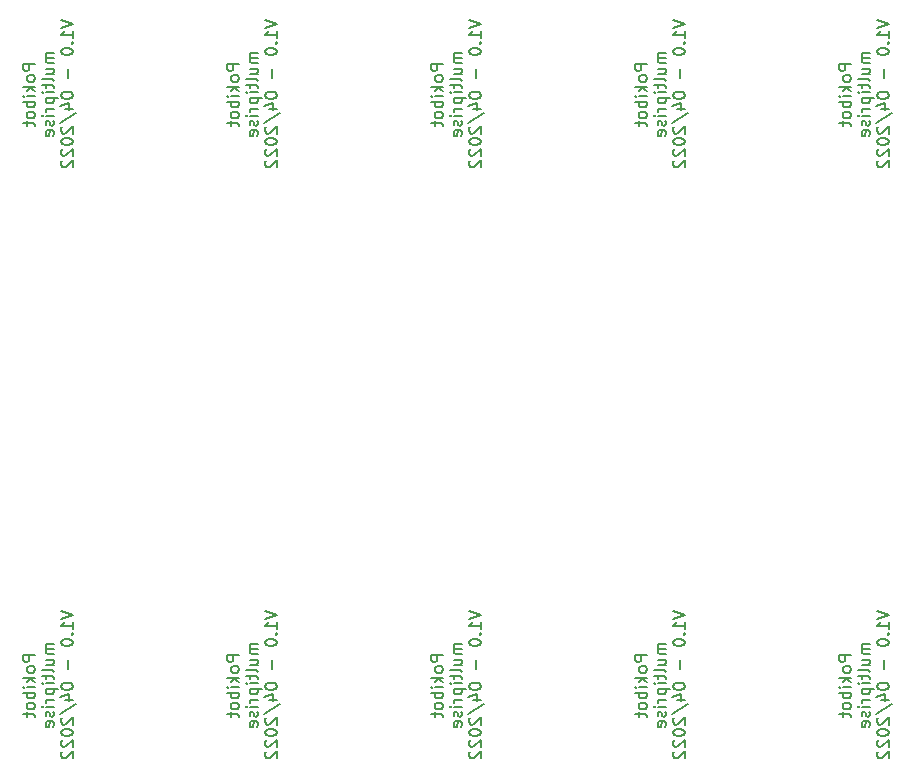
<source format=gbr>
%TF.GenerationSoftware,KiCad,Pcbnew,6.0.4-6f826c9f35~116~ubuntu21.10.1*%
%TF.CreationDate,2022-04-21T21:53:43+02:00*%
%TF.ProjectId,Carte_multiprise,43617274-655f-46d7-956c-746970726973,rev?*%
%TF.SameCoordinates,Original*%
%TF.FileFunction,Legend,Bot*%
%TF.FilePolarity,Positive*%
%FSLAX46Y46*%
G04 Gerber Fmt 4.6, Leading zero omitted, Abs format (unit mm)*
G04 Created by KiCad (PCBNEW 6.0.4-6f826c9f35~116~ubuntu21.10.1) date 2022-04-21 21:53:43*
%MOMM*%
%LPD*%
G01*
G04 APERTURE LIST*
%ADD10C,0.200000*%
G04 APERTURE END LIST*
D10*
X122794380Y-127500380D02*
X121794380Y-127500380D01*
X121794380Y-127881333D01*
X121842000Y-127976571D01*
X121889619Y-128024190D01*
X121984857Y-128071809D01*
X122127714Y-128071809D01*
X122222952Y-128024190D01*
X122270571Y-127976571D01*
X122318190Y-127881333D01*
X122318190Y-127500380D01*
X122794380Y-128643238D02*
X122746761Y-128548000D01*
X122699142Y-128500380D01*
X122603904Y-128452761D01*
X122318190Y-128452761D01*
X122222952Y-128500380D01*
X122175333Y-128548000D01*
X122127714Y-128643238D01*
X122127714Y-128786095D01*
X122175333Y-128881333D01*
X122222952Y-128928952D01*
X122318190Y-128976571D01*
X122603904Y-128976571D01*
X122699142Y-128928952D01*
X122746761Y-128881333D01*
X122794380Y-128786095D01*
X122794380Y-128643238D01*
X122794380Y-129405142D02*
X121794380Y-129405142D01*
X122413428Y-129500380D02*
X122794380Y-129786095D01*
X122127714Y-129786095D02*
X122508666Y-129405142D01*
X122794380Y-130214666D02*
X122127714Y-130214666D01*
X121794380Y-130214666D02*
X121842000Y-130167047D01*
X121889619Y-130214666D01*
X121842000Y-130262285D01*
X121794380Y-130214666D01*
X121889619Y-130214666D01*
X122794380Y-130690857D02*
X121794380Y-130690857D01*
X122175333Y-130690857D02*
X122127714Y-130786095D01*
X122127714Y-130976571D01*
X122175333Y-131071809D01*
X122222952Y-131119428D01*
X122318190Y-131167047D01*
X122603904Y-131167047D01*
X122699142Y-131119428D01*
X122746761Y-131071809D01*
X122794380Y-130976571D01*
X122794380Y-130786095D01*
X122746761Y-130690857D01*
X122794380Y-131738476D02*
X122746761Y-131643238D01*
X122699142Y-131595619D01*
X122603904Y-131548000D01*
X122318190Y-131548000D01*
X122222952Y-131595619D01*
X122175333Y-131643238D01*
X122127714Y-131738476D01*
X122127714Y-131881333D01*
X122175333Y-131976571D01*
X122222952Y-132024190D01*
X122318190Y-132071809D01*
X122603904Y-132071809D01*
X122699142Y-132024190D01*
X122746761Y-131976571D01*
X122794380Y-131881333D01*
X122794380Y-131738476D01*
X122127714Y-132357523D02*
X122127714Y-132738476D01*
X121794380Y-132500380D02*
X122651523Y-132500380D01*
X122746761Y-132548000D01*
X122794380Y-132643238D01*
X122794380Y-132738476D01*
X124404380Y-126548000D02*
X123737714Y-126548000D01*
X123832952Y-126548000D02*
X123785333Y-126595619D01*
X123737714Y-126690857D01*
X123737714Y-126833714D01*
X123785333Y-126928952D01*
X123880571Y-126976571D01*
X124404380Y-126976571D01*
X123880571Y-126976571D02*
X123785333Y-127024190D01*
X123737714Y-127119428D01*
X123737714Y-127262285D01*
X123785333Y-127357523D01*
X123880571Y-127405142D01*
X124404380Y-127405142D01*
X123737714Y-128309904D02*
X124404380Y-128309904D01*
X123737714Y-127881333D02*
X124261523Y-127881333D01*
X124356761Y-127928952D01*
X124404380Y-128024190D01*
X124404380Y-128167047D01*
X124356761Y-128262285D01*
X124309142Y-128309904D01*
X124404380Y-128928952D02*
X124356761Y-128833714D01*
X124261523Y-128786095D01*
X123404380Y-128786095D01*
X123737714Y-129167047D02*
X123737714Y-129548000D01*
X123404380Y-129309904D02*
X124261523Y-129309904D01*
X124356761Y-129357523D01*
X124404380Y-129452761D01*
X124404380Y-129548000D01*
X124404380Y-129881333D02*
X123737714Y-129881333D01*
X123404380Y-129881333D02*
X123452000Y-129833714D01*
X123499619Y-129881333D01*
X123452000Y-129928952D01*
X123404380Y-129881333D01*
X123499619Y-129881333D01*
X123737714Y-130357523D02*
X124737714Y-130357523D01*
X123785333Y-130357523D02*
X123737714Y-130452761D01*
X123737714Y-130643238D01*
X123785333Y-130738476D01*
X123832952Y-130786095D01*
X123928190Y-130833714D01*
X124213904Y-130833714D01*
X124309142Y-130786095D01*
X124356761Y-130738476D01*
X124404380Y-130643238D01*
X124404380Y-130452761D01*
X124356761Y-130357523D01*
X124404380Y-131262285D02*
X123737714Y-131262285D01*
X123928190Y-131262285D02*
X123832952Y-131309904D01*
X123785333Y-131357523D01*
X123737714Y-131452761D01*
X123737714Y-131548000D01*
X124404380Y-131881333D02*
X123737714Y-131881333D01*
X123404380Y-131881333D02*
X123452000Y-131833714D01*
X123499619Y-131881333D01*
X123452000Y-131928952D01*
X123404380Y-131881333D01*
X123499619Y-131881333D01*
X124356761Y-132309904D02*
X124404380Y-132405142D01*
X124404380Y-132595619D01*
X124356761Y-132690857D01*
X124261523Y-132738476D01*
X124213904Y-132738476D01*
X124118666Y-132690857D01*
X124071047Y-132595619D01*
X124071047Y-132452761D01*
X124023428Y-132357523D01*
X123928190Y-132309904D01*
X123880571Y-132309904D01*
X123785333Y-132357523D01*
X123737714Y-132452761D01*
X123737714Y-132595619D01*
X123785333Y-132690857D01*
X124356761Y-133548000D02*
X124404380Y-133452761D01*
X124404380Y-133262285D01*
X124356761Y-133167047D01*
X124261523Y-133119428D01*
X123880571Y-133119428D01*
X123785333Y-133167047D01*
X123737714Y-133262285D01*
X123737714Y-133452761D01*
X123785333Y-133548000D01*
X123880571Y-133595619D01*
X123975809Y-133595619D01*
X124071047Y-133119428D01*
X125014380Y-123762285D02*
X126014380Y-124095619D01*
X125014380Y-124428952D01*
X126014380Y-125286095D02*
X126014380Y-124714666D01*
X126014380Y-125000380D02*
X125014380Y-125000380D01*
X125157238Y-124905142D01*
X125252476Y-124809904D01*
X125300095Y-124714666D01*
X125919142Y-125714666D02*
X125966761Y-125762285D01*
X126014380Y-125714666D01*
X125966761Y-125667047D01*
X125919142Y-125714666D01*
X126014380Y-125714666D01*
X125014380Y-126381333D02*
X125014380Y-126476571D01*
X125062000Y-126571809D01*
X125109619Y-126619428D01*
X125204857Y-126667047D01*
X125395333Y-126714666D01*
X125633428Y-126714666D01*
X125823904Y-126667047D01*
X125919142Y-126619428D01*
X125966761Y-126571809D01*
X126014380Y-126476571D01*
X126014380Y-126381333D01*
X125966761Y-126286095D01*
X125919142Y-126238476D01*
X125823904Y-126190857D01*
X125633428Y-126143238D01*
X125395333Y-126143238D01*
X125204857Y-126190857D01*
X125109619Y-126238476D01*
X125062000Y-126286095D01*
X125014380Y-126381333D01*
X125633428Y-127905142D02*
X125633428Y-128667047D01*
X125014380Y-130095619D02*
X125014380Y-130190857D01*
X125062000Y-130286095D01*
X125109619Y-130333714D01*
X125204857Y-130381333D01*
X125395333Y-130428952D01*
X125633428Y-130428952D01*
X125823904Y-130381333D01*
X125919142Y-130333714D01*
X125966761Y-130286095D01*
X126014380Y-130190857D01*
X126014380Y-130095619D01*
X125966761Y-130000380D01*
X125919142Y-129952761D01*
X125823904Y-129905142D01*
X125633428Y-129857523D01*
X125395333Y-129857523D01*
X125204857Y-129905142D01*
X125109619Y-129952761D01*
X125062000Y-130000380D01*
X125014380Y-130095619D01*
X125347714Y-131286095D02*
X126014380Y-131286095D01*
X124966761Y-131048000D02*
X125681047Y-130809904D01*
X125681047Y-131428952D01*
X124966761Y-132524190D02*
X126252476Y-131667047D01*
X125109619Y-132809904D02*
X125062000Y-132857523D01*
X125014380Y-132952761D01*
X125014380Y-133190857D01*
X125062000Y-133286095D01*
X125109619Y-133333714D01*
X125204857Y-133381333D01*
X125300095Y-133381333D01*
X125442952Y-133333714D01*
X126014380Y-132762285D01*
X126014380Y-133381333D01*
X125014380Y-134000380D02*
X125014380Y-134095619D01*
X125062000Y-134190857D01*
X125109619Y-134238476D01*
X125204857Y-134286095D01*
X125395333Y-134333714D01*
X125633428Y-134333714D01*
X125823904Y-134286095D01*
X125919142Y-134238476D01*
X125966761Y-134190857D01*
X126014380Y-134095619D01*
X126014380Y-134000380D01*
X125966761Y-133905142D01*
X125919142Y-133857523D01*
X125823904Y-133809904D01*
X125633428Y-133762285D01*
X125395333Y-133762285D01*
X125204857Y-133809904D01*
X125109619Y-133857523D01*
X125062000Y-133905142D01*
X125014380Y-134000380D01*
X125109619Y-134714666D02*
X125062000Y-134762285D01*
X125014380Y-134857523D01*
X125014380Y-135095619D01*
X125062000Y-135190857D01*
X125109619Y-135238476D01*
X125204857Y-135286095D01*
X125300095Y-135286095D01*
X125442952Y-135238476D01*
X126014380Y-134667047D01*
X126014380Y-135286095D01*
X125109619Y-135667047D02*
X125062000Y-135714666D01*
X125014380Y-135809904D01*
X125014380Y-136048000D01*
X125062000Y-136143238D01*
X125109619Y-136190857D01*
X125204857Y-136238476D01*
X125300095Y-136238476D01*
X125442952Y-136190857D01*
X126014380Y-135619428D01*
X126014380Y-136238476D01*
X122794380Y-77462380D02*
X121794380Y-77462380D01*
X121794380Y-77843333D01*
X121842000Y-77938571D01*
X121889619Y-77986190D01*
X121984857Y-78033809D01*
X122127714Y-78033809D01*
X122222952Y-77986190D01*
X122270571Y-77938571D01*
X122318190Y-77843333D01*
X122318190Y-77462380D01*
X122794380Y-78605238D02*
X122746761Y-78510000D01*
X122699142Y-78462380D01*
X122603904Y-78414761D01*
X122318190Y-78414761D01*
X122222952Y-78462380D01*
X122175333Y-78510000D01*
X122127714Y-78605238D01*
X122127714Y-78748095D01*
X122175333Y-78843333D01*
X122222952Y-78890952D01*
X122318190Y-78938571D01*
X122603904Y-78938571D01*
X122699142Y-78890952D01*
X122746761Y-78843333D01*
X122794380Y-78748095D01*
X122794380Y-78605238D01*
X122794380Y-79367142D02*
X121794380Y-79367142D01*
X122413428Y-79462380D02*
X122794380Y-79748095D01*
X122127714Y-79748095D02*
X122508666Y-79367142D01*
X122794380Y-80176666D02*
X122127714Y-80176666D01*
X121794380Y-80176666D02*
X121842000Y-80129047D01*
X121889619Y-80176666D01*
X121842000Y-80224285D01*
X121794380Y-80176666D01*
X121889619Y-80176666D01*
X122794380Y-80652857D02*
X121794380Y-80652857D01*
X122175333Y-80652857D02*
X122127714Y-80748095D01*
X122127714Y-80938571D01*
X122175333Y-81033809D01*
X122222952Y-81081428D01*
X122318190Y-81129047D01*
X122603904Y-81129047D01*
X122699142Y-81081428D01*
X122746761Y-81033809D01*
X122794380Y-80938571D01*
X122794380Y-80748095D01*
X122746761Y-80652857D01*
X122794380Y-81700476D02*
X122746761Y-81605238D01*
X122699142Y-81557619D01*
X122603904Y-81510000D01*
X122318190Y-81510000D01*
X122222952Y-81557619D01*
X122175333Y-81605238D01*
X122127714Y-81700476D01*
X122127714Y-81843333D01*
X122175333Y-81938571D01*
X122222952Y-81986190D01*
X122318190Y-82033809D01*
X122603904Y-82033809D01*
X122699142Y-81986190D01*
X122746761Y-81938571D01*
X122794380Y-81843333D01*
X122794380Y-81700476D01*
X122127714Y-82319523D02*
X122127714Y-82700476D01*
X121794380Y-82462380D02*
X122651523Y-82462380D01*
X122746761Y-82510000D01*
X122794380Y-82605238D01*
X122794380Y-82700476D01*
X124404380Y-76510000D02*
X123737714Y-76510000D01*
X123832952Y-76510000D02*
X123785333Y-76557619D01*
X123737714Y-76652857D01*
X123737714Y-76795714D01*
X123785333Y-76890952D01*
X123880571Y-76938571D01*
X124404380Y-76938571D01*
X123880571Y-76938571D02*
X123785333Y-76986190D01*
X123737714Y-77081428D01*
X123737714Y-77224285D01*
X123785333Y-77319523D01*
X123880571Y-77367142D01*
X124404380Y-77367142D01*
X123737714Y-78271904D02*
X124404380Y-78271904D01*
X123737714Y-77843333D02*
X124261523Y-77843333D01*
X124356761Y-77890952D01*
X124404380Y-77986190D01*
X124404380Y-78129047D01*
X124356761Y-78224285D01*
X124309142Y-78271904D01*
X124404380Y-78890952D02*
X124356761Y-78795714D01*
X124261523Y-78748095D01*
X123404380Y-78748095D01*
X123737714Y-79129047D02*
X123737714Y-79510000D01*
X123404380Y-79271904D02*
X124261523Y-79271904D01*
X124356761Y-79319523D01*
X124404380Y-79414761D01*
X124404380Y-79510000D01*
X124404380Y-79843333D02*
X123737714Y-79843333D01*
X123404380Y-79843333D02*
X123452000Y-79795714D01*
X123499619Y-79843333D01*
X123452000Y-79890952D01*
X123404380Y-79843333D01*
X123499619Y-79843333D01*
X123737714Y-80319523D02*
X124737714Y-80319523D01*
X123785333Y-80319523D02*
X123737714Y-80414761D01*
X123737714Y-80605238D01*
X123785333Y-80700476D01*
X123832952Y-80748095D01*
X123928190Y-80795714D01*
X124213904Y-80795714D01*
X124309142Y-80748095D01*
X124356761Y-80700476D01*
X124404380Y-80605238D01*
X124404380Y-80414761D01*
X124356761Y-80319523D01*
X124404380Y-81224285D02*
X123737714Y-81224285D01*
X123928190Y-81224285D02*
X123832952Y-81271904D01*
X123785333Y-81319523D01*
X123737714Y-81414761D01*
X123737714Y-81510000D01*
X124404380Y-81843333D02*
X123737714Y-81843333D01*
X123404380Y-81843333D02*
X123452000Y-81795714D01*
X123499619Y-81843333D01*
X123452000Y-81890952D01*
X123404380Y-81843333D01*
X123499619Y-81843333D01*
X124356761Y-82271904D02*
X124404380Y-82367142D01*
X124404380Y-82557619D01*
X124356761Y-82652857D01*
X124261523Y-82700476D01*
X124213904Y-82700476D01*
X124118666Y-82652857D01*
X124071047Y-82557619D01*
X124071047Y-82414761D01*
X124023428Y-82319523D01*
X123928190Y-82271904D01*
X123880571Y-82271904D01*
X123785333Y-82319523D01*
X123737714Y-82414761D01*
X123737714Y-82557619D01*
X123785333Y-82652857D01*
X124356761Y-83510000D02*
X124404380Y-83414761D01*
X124404380Y-83224285D01*
X124356761Y-83129047D01*
X124261523Y-83081428D01*
X123880571Y-83081428D01*
X123785333Y-83129047D01*
X123737714Y-83224285D01*
X123737714Y-83414761D01*
X123785333Y-83510000D01*
X123880571Y-83557619D01*
X123975809Y-83557619D01*
X124071047Y-83081428D01*
X125014380Y-73724285D02*
X126014380Y-74057619D01*
X125014380Y-74390952D01*
X126014380Y-75248095D02*
X126014380Y-74676666D01*
X126014380Y-74962380D02*
X125014380Y-74962380D01*
X125157238Y-74867142D01*
X125252476Y-74771904D01*
X125300095Y-74676666D01*
X125919142Y-75676666D02*
X125966761Y-75724285D01*
X126014380Y-75676666D01*
X125966761Y-75629047D01*
X125919142Y-75676666D01*
X126014380Y-75676666D01*
X125014380Y-76343333D02*
X125014380Y-76438571D01*
X125062000Y-76533809D01*
X125109619Y-76581428D01*
X125204857Y-76629047D01*
X125395333Y-76676666D01*
X125633428Y-76676666D01*
X125823904Y-76629047D01*
X125919142Y-76581428D01*
X125966761Y-76533809D01*
X126014380Y-76438571D01*
X126014380Y-76343333D01*
X125966761Y-76248095D01*
X125919142Y-76200476D01*
X125823904Y-76152857D01*
X125633428Y-76105238D01*
X125395333Y-76105238D01*
X125204857Y-76152857D01*
X125109619Y-76200476D01*
X125062000Y-76248095D01*
X125014380Y-76343333D01*
X125633428Y-77867142D02*
X125633428Y-78629047D01*
X125014380Y-80057619D02*
X125014380Y-80152857D01*
X125062000Y-80248095D01*
X125109619Y-80295714D01*
X125204857Y-80343333D01*
X125395333Y-80390952D01*
X125633428Y-80390952D01*
X125823904Y-80343333D01*
X125919142Y-80295714D01*
X125966761Y-80248095D01*
X126014380Y-80152857D01*
X126014380Y-80057619D01*
X125966761Y-79962380D01*
X125919142Y-79914761D01*
X125823904Y-79867142D01*
X125633428Y-79819523D01*
X125395333Y-79819523D01*
X125204857Y-79867142D01*
X125109619Y-79914761D01*
X125062000Y-79962380D01*
X125014380Y-80057619D01*
X125347714Y-81248095D02*
X126014380Y-81248095D01*
X124966761Y-81010000D02*
X125681047Y-80771904D01*
X125681047Y-81390952D01*
X124966761Y-82486190D02*
X126252476Y-81629047D01*
X125109619Y-82771904D02*
X125062000Y-82819523D01*
X125014380Y-82914761D01*
X125014380Y-83152857D01*
X125062000Y-83248095D01*
X125109619Y-83295714D01*
X125204857Y-83343333D01*
X125300095Y-83343333D01*
X125442952Y-83295714D01*
X126014380Y-82724285D01*
X126014380Y-83343333D01*
X125014380Y-83962380D02*
X125014380Y-84057619D01*
X125062000Y-84152857D01*
X125109619Y-84200476D01*
X125204857Y-84248095D01*
X125395333Y-84295714D01*
X125633428Y-84295714D01*
X125823904Y-84248095D01*
X125919142Y-84200476D01*
X125966761Y-84152857D01*
X126014380Y-84057619D01*
X126014380Y-83962380D01*
X125966761Y-83867142D01*
X125919142Y-83819523D01*
X125823904Y-83771904D01*
X125633428Y-83724285D01*
X125395333Y-83724285D01*
X125204857Y-83771904D01*
X125109619Y-83819523D01*
X125062000Y-83867142D01*
X125014380Y-83962380D01*
X125109619Y-84676666D02*
X125062000Y-84724285D01*
X125014380Y-84819523D01*
X125014380Y-85057619D01*
X125062000Y-85152857D01*
X125109619Y-85200476D01*
X125204857Y-85248095D01*
X125300095Y-85248095D01*
X125442952Y-85200476D01*
X126014380Y-84629047D01*
X126014380Y-85248095D01*
X125109619Y-85629047D02*
X125062000Y-85676666D01*
X125014380Y-85771904D01*
X125014380Y-86010000D01*
X125062000Y-86105238D01*
X125109619Y-86152857D01*
X125204857Y-86200476D01*
X125300095Y-86200476D01*
X125442952Y-86152857D01*
X126014380Y-85581428D01*
X126014380Y-86200476D01*
X88250380Y-77462380D02*
X87250380Y-77462380D01*
X87250380Y-77843333D01*
X87298000Y-77938571D01*
X87345619Y-77986190D01*
X87440857Y-78033809D01*
X87583714Y-78033809D01*
X87678952Y-77986190D01*
X87726571Y-77938571D01*
X87774190Y-77843333D01*
X87774190Y-77462380D01*
X88250380Y-78605238D02*
X88202761Y-78510000D01*
X88155142Y-78462380D01*
X88059904Y-78414761D01*
X87774190Y-78414761D01*
X87678952Y-78462380D01*
X87631333Y-78510000D01*
X87583714Y-78605238D01*
X87583714Y-78748095D01*
X87631333Y-78843333D01*
X87678952Y-78890952D01*
X87774190Y-78938571D01*
X88059904Y-78938571D01*
X88155142Y-78890952D01*
X88202761Y-78843333D01*
X88250380Y-78748095D01*
X88250380Y-78605238D01*
X88250380Y-79367142D02*
X87250380Y-79367142D01*
X87869428Y-79462380D02*
X88250380Y-79748095D01*
X87583714Y-79748095D02*
X87964666Y-79367142D01*
X88250380Y-80176666D02*
X87583714Y-80176666D01*
X87250380Y-80176666D02*
X87298000Y-80129047D01*
X87345619Y-80176666D01*
X87298000Y-80224285D01*
X87250380Y-80176666D01*
X87345619Y-80176666D01*
X88250380Y-80652857D02*
X87250380Y-80652857D01*
X87631333Y-80652857D02*
X87583714Y-80748095D01*
X87583714Y-80938571D01*
X87631333Y-81033809D01*
X87678952Y-81081428D01*
X87774190Y-81129047D01*
X88059904Y-81129047D01*
X88155142Y-81081428D01*
X88202761Y-81033809D01*
X88250380Y-80938571D01*
X88250380Y-80748095D01*
X88202761Y-80652857D01*
X88250380Y-81700476D02*
X88202761Y-81605238D01*
X88155142Y-81557619D01*
X88059904Y-81510000D01*
X87774190Y-81510000D01*
X87678952Y-81557619D01*
X87631333Y-81605238D01*
X87583714Y-81700476D01*
X87583714Y-81843333D01*
X87631333Y-81938571D01*
X87678952Y-81986190D01*
X87774190Y-82033809D01*
X88059904Y-82033809D01*
X88155142Y-81986190D01*
X88202761Y-81938571D01*
X88250380Y-81843333D01*
X88250380Y-81700476D01*
X87583714Y-82319523D02*
X87583714Y-82700476D01*
X87250380Y-82462380D02*
X88107523Y-82462380D01*
X88202761Y-82510000D01*
X88250380Y-82605238D01*
X88250380Y-82700476D01*
X89860380Y-76510000D02*
X89193714Y-76510000D01*
X89288952Y-76510000D02*
X89241333Y-76557619D01*
X89193714Y-76652857D01*
X89193714Y-76795714D01*
X89241333Y-76890952D01*
X89336571Y-76938571D01*
X89860380Y-76938571D01*
X89336571Y-76938571D02*
X89241333Y-76986190D01*
X89193714Y-77081428D01*
X89193714Y-77224285D01*
X89241333Y-77319523D01*
X89336571Y-77367142D01*
X89860380Y-77367142D01*
X89193714Y-78271904D02*
X89860380Y-78271904D01*
X89193714Y-77843333D02*
X89717523Y-77843333D01*
X89812761Y-77890952D01*
X89860380Y-77986190D01*
X89860380Y-78129047D01*
X89812761Y-78224285D01*
X89765142Y-78271904D01*
X89860380Y-78890952D02*
X89812761Y-78795714D01*
X89717523Y-78748095D01*
X88860380Y-78748095D01*
X89193714Y-79129047D02*
X89193714Y-79510000D01*
X88860380Y-79271904D02*
X89717523Y-79271904D01*
X89812761Y-79319523D01*
X89860380Y-79414761D01*
X89860380Y-79510000D01*
X89860380Y-79843333D02*
X89193714Y-79843333D01*
X88860380Y-79843333D02*
X88908000Y-79795714D01*
X88955619Y-79843333D01*
X88908000Y-79890952D01*
X88860380Y-79843333D01*
X88955619Y-79843333D01*
X89193714Y-80319523D02*
X90193714Y-80319523D01*
X89241333Y-80319523D02*
X89193714Y-80414761D01*
X89193714Y-80605238D01*
X89241333Y-80700476D01*
X89288952Y-80748095D01*
X89384190Y-80795714D01*
X89669904Y-80795714D01*
X89765142Y-80748095D01*
X89812761Y-80700476D01*
X89860380Y-80605238D01*
X89860380Y-80414761D01*
X89812761Y-80319523D01*
X89860380Y-81224285D02*
X89193714Y-81224285D01*
X89384190Y-81224285D02*
X89288952Y-81271904D01*
X89241333Y-81319523D01*
X89193714Y-81414761D01*
X89193714Y-81510000D01*
X89860380Y-81843333D02*
X89193714Y-81843333D01*
X88860380Y-81843333D02*
X88908000Y-81795714D01*
X88955619Y-81843333D01*
X88908000Y-81890952D01*
X88860380Y-81843333D01*
X88955619Y-81843333D01*
X89812761Y-82271904D02*
X89860380Y-82367142D01*
X89860380Y-82557619D01*
X89812761Y-82652857D01*
X89717523Y-82700476D01*
X89669904Y-82700476D01*
X89574666Y-82652857D01*
X89527047Y-82557619D01*
X89527047Y-82414761D01*
X89479428Y-82319523D01*
X89384190Y-82271904D01*
X89336571Y-82271904D01*
X89241333Y-82319523D01*
X89193714Y-82414761D01*
X89193714Y-82557619D01*
X89241333Y-82652857D01*
X89812761Y-83510000D02*
X89860380Y-83414761D01*
X89860380Y-83224285D01*
X89812761Y-83129047D01*
X89717523Y-83081428D01*
X89336571Y-83081428D01*
X89241333Y-83129047D01*
X89193714Y-83224285D01*
X89193714Y-83414761D01*
X89241333Y-83510000D01*
X89336571Y-83557619D01*
X89431809Y-83557619D01*
X89527047Y-83081428D01*
X90470380Y-73724285D02*
X91470380Y-74057619D01*
X90470380Y-74390952D01*
X91470380Y-75248095D02*
X91470380Y-74676666D01*
X91470380Y-74962380D02*
X90470380Y-74962380D01*
X90613238Y-74867142D01*
X90708476Y-74771904D01*
X90756095Y-74676666D01*
X91375142Y-75676666D02*
X91422761Y-75724285D01*
X91470380Y-75676666D01*
X91422761Y-75629047D01*
X91375142Y-75676666D01*
X91470380Y-75676666D01*
X90470380Y-76343333D02*
X90470380Y-76438571D01*
X90518000Y-76533809D01*
X90565619Y-76581428D01*
X90660857Y-76629047D01*
X90851333Y-76676666D01*
X91089428Y-76676666D01*
X91279904Y-76629047D01*
X91375142Y-76581428D01*
X91422761Y-76533809D01*
X91470380Y-76438571D01*
X91470380Y-76343333D01*
X91422761Y-76248095D01*
X91375142Y-76200476D01*
X91279904Y-76152857D01*
X91089428Y-76105238D01*
X90851333Y-76105238D01*
X90660857Y-76152857D01*
X90565619Y-76200476D01*
X90518000Y-76248095D01*
X90470380Y-76343333D01*
X91089428Y-77867142D02*
X91089428Y-78629047D01*
X90470380Y-80057619D02*
X90470380Y-80152857D01*
X90518000Y-80248095D01*
X90565619Y-80295714D01*
X90660857Y-80343333D01*
X90851333Y-80390952D01*
X91089428Y-80390952D01*
X91279904Y-80343333D01*
X91375142Y-80295714D01*
X91422761Y-80248095D01*
X91470380Y-80152857D01*
X91470380Y-80057619D01*
X91422761Y-79962380D01*
X91375142Y-79914761D01*
X91279904Y-79867142D01*
X91089428Y-79819523D01*
X90851333Y-79819523D01*
X90660857Y-79867142D01*
X90565619Y-79914761D01*
X90518000Y-79962380D01*
X90470380Y-80057619D01*
X90803714Y-81248095D02*
X91470380Y-81248095D01*
X90422761Y-81010000D02*
X91137047Y-80771904D01*
X91137047Y-81390952D01*
X90422761Y-82486190D02*
X91708476Y-81629047D01*
X90565619Y-82771904D02*
X90518000Y-82819523D01*
X90470380Y-82914761D01*
X90470380Y-83152857D01*
X90518000Y-83248095D01*
X90565619Y-83295714D01*
X90660857Y-83343333D01*
X90756095Y-83343333D01*
X90898952Y-83295714D01*
X91470380Y-82724285D01*
X91470380Y-83343333D01*
X90470380Y-83962380D02*
X90470380Y-84057619D01*
X90518000Y-84152857D01*
X90565619Y-84200476D01*
X90660857Y-84248095D01*
X90851333Y-84295714D01*
X91089428Y-84295714D01*
X91279904Y-84248095D01*
X91375142Y-84200476D01*
X91422761Y-84152857D01*
X91470380Y-84057619D01*
X91470380Y-83962380D01*
X91422761Y-83867142D01*
X91375142Y-83819523D01*
X91279904Y-83771904D01*
X91089428Y-83724285D01*
X90851333Y-83724285D01*
X90660857Y-83771904D01*
X90565619Y-83819523D01*
X90518000Y-83867142D01*
X90470380Y-83962380D01*
X90565619Y-84676666D02*
X90518000Y-84724285D01*
X90470380Y-84819523D01*
X90470380Y-85057619D01*
X90518000Y-85152857D01*
X90565619Y-85200476D01*
X90660857Y-85248095D01*
X90756095Y-85248095D01*
X90898952Y-85200476D01*
X91470380Y-84629047D01*
X91470380Y-85248095D01*
X90565619Y-85629047D02*
X90518000Y-85676666D01*
X90470380Y-85771904D01*
X90470380Y-86010000D01*
X90518000Y-86105238D01*
X90565619Y-86152857D01*
X90660857Y-86200476D01*
X90756095Y-86200476D01*
X90898952Y-86152857D01*
X91470380Y-85581428D01*
X91470380Y-86200476D01*
X157338380Y-127500380D02*
X156338380Y-127500380D01*
X156338380Y-127881333D01*
X156386000Y-127976571D01*
X156433619Y-128024190D01*
X156528857Y-128071809D01*
X156671714Y-128071809D01*
X156766952Y-128024190D01*
X156814571Y-127976571D01*
X156862190Y-127881333D01*
X156862190Y-127500380D01*
X157338380Y-128643238D02*
X157290761Y-128548000D01*
X157243142Y-128500380D01*
X157147904Y-128452761D01*
X156862190Y-128452761D01*
X156766952Y-128500380D01*
X156719333Y-128548000D01*
X156671714Y-128643238D01*
X156671714Y-128786095D01*
X156719333Y-128881333D01*
X156766952Y-128928952D01*
X156862190Y-128976571D01*
X157147904Y-128976571D01*
X157243142Y-128928952D01*
X157290761Y-128881333D01*
X157338380Y-128786095D01*
X157338380Y-128643238D01*
X157338380Y-129405142D02*
X156338380Y-129405142D01*
X156957428Y-129500380D02*
X157338380Y-129786095D01*
X156671714Y-129786095D02*
X157052666Y-129405142D01*
X157338380Y-130214666D02*
X156671714Y-130214666D01*
X156338380Y-130214666D02*
X156386000Y-130167047D01*
X156433619Y-130214666D01*
X156386000Y-130262285D01*
X156338380Y-130214666D01*
X156433619Y-130214666D01*
X157338380Y-130690857D02*
X156338380Y-130690857D01*
X156719333Y-130690857D02*
X156671714Y-130786095D01*
X156671714Y-130976571D01*
X156719333Y-131071809D01*
X156766952Y-131119428D01*
X156862190Y-131167047D01*
X157147904Y-131167047D01*
X157243142Y-131119428D01*
X157290761Y-131071809D01*
X157338380Y-130976571D01*
X157338380Y-130786095D01*
X157290761Y-130690857D01*
X157338380Y-131738476D02*
X157290761Y-131643238D01*
X157243142Y-131595619D01*
X157147904Y-131548000D01*
X156862190Y-131548000D01*
X156766952Y-131595619D01*
X156719333Y-131643238D01*
X156671714Y-131738476D01*
X156671714Y-131881333D01*
X156719333Y-131976571D01*
X156766952Y-132024190D01*
X156862190Y-132071809D01*
X157147904Y-132071809D01*
X157243142Y-132024190D01*
X157290761Y-131976571D01*
X157338380Y-131881333D01*
X157338380Y-131738476D01*
X156671714Y-132357523D02*
X156671714Y-132738476D01*
X156338380Y-132500380D02*
X157195523Y-132500380D01*
X157290761Y-132548000D01*
X157338380Y-132643238D01*
X157338380Y-132738476D01*
X158948380Y-126548000D02*
X158281714Y-126548000D01*
X158376952Y-126548000D02*
X158329333Y-126595619D01*
X158281714Y-126690857D01*
X158281714Y-126833714D01*
X158329333Y-126928952D01*
X158424571Y-126976571D01*
X158948380Y-126976571D01*
X158424571Y-126976571D02*
X158329333Y-127024190D01*
X158281714Y-127119428D01*
X158281714Y-127262285D01*
X158329333Y-127357523D01*
X158424571Y-127405142D01*
X158948380Y-127405142D01*
X158281714Y-128309904D02*
X158948380Y-128309904D01*
X158281714Y-127881333D02*
X158805523Y-127881333D01*
X158900761Y-127928952D01*
X158948380Y-128024190D01*
X158948380Y-128167047D01*
X158900761Y-128262285D01*
X158853142Y-128309904D01*
X158948380Y-128928952D02*
X158900761Y-128833714D01*
X158805523Y-128786095D01*
X157948380Y-128786095D01*
X158281714Y-129167047D02*
X158281714Y-129548000D01*
X157948380Y-129309904D02*
X158805523Y-129309904D01*
X158900761Y-129357523D01*
X158948380Y-129452761D01*
X158948380Y-129548000D01*
X158948380Y-129881333D02*
X158281714Y-129881333D01*
X157948380Y-129881333D02*
X157996000Y-129833714D01*
X158043619Y-129881333D01*
X157996000Y-129928952D01*
X157948380Y-129881333D01*
X158043619Y-129881333D01*
X158281714Y-130357523D02*
X159281714Y-130357523D01*
X158329333Y-130357523D02*
X158281714Y-130452761D01*
X158281714Y-130643238D01*
X158329333Y-130738476D01*
X158376952Y-130786095D01*
X158472190Y-130833714D01*
X158757904Y-130833714D01*
X158853142Y-130786095D01*
X158900761Y-130738476D01*
X158948380Y-130643238D01*
X158948380Y-130452761D01*
X158900761Y-130357523D01*
X158948380Y-131262285D02*
X158281714Y-131262285D01*
X158472190Y-131262285D02*
X158376952Y-131309904D01*
X158329333Y-131357523D01*
X158281714Y-131452761D01*
X158281714Y-131548000D01*
X158948380Y-131881333D02*
X158281714Y-131881333D01*
X157948380Y-131881333D02*
X157996000Y-131833714D01*
X158043619Y-131881333D01*
X157996000Y-131928952D01*
X157948380Y-131881333D01*
X158043619Y-131881333D01*
X158900761Y-132309904D02*
X158948380Y-132405142D01*
X158948380Y-132595619D01*
X158900761Y-132690857D01*
X158805523Y-132738476D01*
X158757904Y-132738476D01*
X158662666Y-132690857D01*
X158615047Y-132595619D01*
X158615047Y-132452761D01*
X158567428Y-132357523D01*
X158472190Y-132309904D01*
X158424571Y-132309904D01*
X158329333Y-132357523D01*
X158281714Y-132452761D01*
X158281714Y-132595619D01*
X158329333Y-132690857D01*
X158900761Y-133548000D02*
X158948380Y-133452761D01*
X158948380Y-133262285D01*
X158900761Y-133167047D01*
X158805523Y-133119428D01*
X158424571Y-133119428D01*
X158329333Y-133167047D01*
X158281714Y-133262285D01*
X158281714Y-133452761D01*
X158329333Y-133548000D01*
X158424571Y-133595619D01*
X158519809Y-133595619D01*
X158615047Y-133119428D01*
X159558380Y-123762285D02*
X160558380Y-124095619D01*
X159558380Y-124428952D01*
X160558380Y-125286095D02*
X160558380Y-124714666D01*
X160558380Y-125000380D02*
X159558380Y-125000380D01*
X159701238Y-124905142D01*
X159796476Y-124809904D01*
X159844095Y-124714666D01*
X160463142Y-125714666D02*
X160510761Y-125762285D01*
X160558380Y-125714666D01*
X160510761Y-125667047D01*
X160463142Y-125714666D01*
X160558380Y-125714666D01*
X159558380Y-126381333D02*
X159558380Y-126476571D01*
X159606000Y-126571809D01*
X159653619Y-126619428D01*
X159748857Y-126667047D01*
X159939333Y-126714666D01*
X160177428Y-126714666D01*
X160367904Y-126667047D01*
X160463142Y-126619428D01*
X160510761Y-126571809D01*
X160558380Y-126476571D01*
X160558380Y-126381333D01*
X160510761Y-126286095D01*
X160463142Y-126238476D01*
X160367904Y-126190857D01*
X160177428Y-126143238D01*
X159939333Y-126143238D01*
X159748857Y-126190857D01*
X159653619Y-126238476D01*
X159606000Y-126286095D01*
X159558380Y-126381333D01*
X160177428Y-127905142D02*
X160177428Y-128667047D01*
X159558380Y-130095619D02*
X159558380Y-130190857D01*
X159606000Y-130286095D01*
X159653619Y-130333714D01*
X159748857Y-130381333D01*
X159939333Y-130428952D01*
X160177428Y-130428952D01*
X160367904Y-130381333D01*
X160463142Y-130333714D01*
X160510761Y-130286095D01*
X160558380Y-130190857D01*
X160558380Y-130095619D01*
X160510761Y-130000380D01*
X160463142Y-129952761D01*
X160367904Y-129905142D01*
X160177428Y-129857523D01*
X159939333Y-129857523D01*
X159748857Y-129905142D01*
X159653619Y-129952761D01*
X159606000Y-130000380D01*
X159558380Y-130095619D01*
X159891714Y-131286095D02*
X160558380Y-131286095D01*
X159510761Y-131048000D02*
X160225047Y-130809904D01*
X160225047Y-131428952D01*
X159510761Y-132524190D02*
X160796476Y-131667047D01*
X159653619Y-132809904D02*
X159606000Y-132857523D01*
X159558380Y-132952761D01*
X159558380Y-133190857D01*
X159606000Y-133286095D01*
X159653619Y-133333714D01*
X159748857Y-133381333D01*
X159844095Y-133381333D01*
X159986952Y-133333714D01*
X160558380Y-132762285D01*
X160558380Y-133381333D01*
X159558380Y-134000380D02*
X159558380Y-134095619D01*
X159606000Y-134190857D01*
X159653619Y-134238476D01*
X159748857Y-134286095D01*
X159939333Y-134333714D01*
X160177428Y-134333714D01*
X160367904Y-134286095D01*
X160463142Y-134238476D01*
X160510761Y-134190857D01*
X160558380Y-134095619D01*
X160558380Y-134000380D01*
X160510761Y-133905142D01*
X160463142Y-133857523D01*
X160367904Y-133809904D01*
X160177428Y-133762285D01*
X159939333Y-133762285D01*
X159748857Y-133809904D01*
X159653619Y-133857523D01*
X159606000Y-133905142D01*
X159558380Y-134000380D01*
X159653619Y-134714666D02*
X159606000Y-134762285D01*
X159558380Y-134857523D01*
X159558380Y-135095619D01*
X159606000Y-135190857D01*
X159653619Y-135238476D01*
X159748857Y-135286095D01*
X159844095Y-135286095D01*
X159986952Y-135238476D01*
X160558380Y-134667047D01*
X160558380Y-135286095D01*
X159653619Y-135667047D02*
X159606000Y-135714666D01*
X159558380Y-135809904D01*
X159558380Y-136048000D01*
X159606000Y-136143238D01*
X159653619Y-136190857D01*
X159748857Y-136238476D01*
X159844095Y-136238476D01*
X159986952Y-136190857D01*
X160558380Y-135619428D01*
X160558380Y-136238476D01*
X157338380Y-77462380D02*
X156338380Y-77462380D01*
X156338380Y-77843333D01*
X156386000Y-77938571D01*
X156433619Y-77986190D01*
X156528857Y-78033809D01*
X156671714Y-78033809D01*
X156766952Y-77986190D01*
X156814571Y-77938571D01*
X156862190Y-77843333D01*
X156862190Y-77462380D01*
X157338380Y-78605238D02*
X157290761Y-78510000D01*
X157243142Y-78462380D01*
X157147904Y-78414761D01*
X156862190Y-78414761D01*
X156766952Y-78462380D01*
X156719333Y-78510000D01*
X156671714Y-78605238D01*
X156671714Y-78748095D01*
X156719333Y-78843333D01*
X156766952Y-78890952D01*
X156862190Y-78938571D01*
X157147904Y-78938571D01*
X157243142Y-78890952D01*
X157290761Y-78843333D01*
X157338380Y-78748095D01*
X157338380Y-78605238D01*
X157338380Y-79367142D02*
X156338380Y-79367142D01*
X156957428Y-79462380D02*
X157338380Y-79748095D01*
X156671714Y-79748095D02*
X157052666Y-79367142D01*
X157338380Y-80176666D02*
X156671714Y-80176666D01*
X156338380Y-80176666D02*
X156386000Y-80129047D01*
X156433619Y-80176666D01*
X156386000Y-80224285D01*
X156338380Y-80176666D01*
X156433619Y-80176666D01*
X157338380Y-80652857D02*
X156338380Y-80652857D01*
X156719333Y-80652857D02*
X156671714Y-80748095D01*
X156671714Y-80938571D01*
X156719333Y-81033809D01*
X156766952Y-81081428D01*
X156862190Y-81129047D01*
X157147904Y-81129047D01*
X157243142Y-81081428D01*
X157290761Y-81033809D01*
X157338380Y-80938571D01*
X157338380Y-80748095D01*
X157290761Y-80652857D01*
X157338380Y-81700476D02*
X157290761Y-81605238D01*
X157243142Y-81557619D01*
X157147904Y-81510000D01*
X156862190Y-81510000D01*
X156766952Y-81557619D01*
X156719333Y-81605238D01*
X156671714Y-81700476D01*
X156671714Y-81843333D01*
X156719333Y-81938571D01*
X156766952Y-81986190D01*
X156862190Y-82033809D01*
X157147904Y-82033809D01*
X157243142Y-81986190D01*
X157290761Y-81938571D01*
X157338380Y-81843333D01*
X157338380Y-81700476D01*
X156671714Y-82319523D02*
X156671714Y-82700476D01*
X156338380Y-82462380D02*
X157195523Y-82462380D01*
X157290761Y-82510000D01*
X157338380Y-82605238D01*
X157338380Y-82700476D01*
X158948380Y-76510000D02*
X158281714Y-76510000D01*
X158376952Y-76510000D02*
X158329333Y-76557619D01*
X158281714Y-76652857D01*
X158281714Y-76795714D01*
X158329333Y-76890952D01*
X158424571Y-76938571D01*
X158948380Y-76938571D01*
X158424571Y-76938571D02*
X158329333Y-76986190D01*
X158281714Y-77081428D01*
X158281714Y-77224285D01*
X158329333Y-77319523D01*
X158424571Y-77367142D01*
X158948380Y-77367142D01*
X158281714Y-78271904D02*
X158948380Y-78271904D01*
X158281714Y-77843333D02*
X158805523Y-77843333D01*
X158900761Y-77890952D01*
X158948380Y-77986190D01*
X158948380Y-78129047D01*
X158900761Y-78224285D01*
X158853142Y-78271904D01*
X158948380Y-78890952D02*
X158900761Y-78795714D01*
X158805523Y-78748095D01*
X157948380Y-78748095D01*
X158281714Y-79129047D02*
X158281714Y-79510000D01*
X157948380Y-79271904D02*
X158805523Y-79271904D01*
X158900761Y-79319523D01*
X158948380Y-79414761D01*
X158948380Y-79510000D01*
X158948380Y-79843333D02*
X158281714Y-79843333D01*
X157948380Y-79843333D02*
X157996000Y-79795714D01*
X158043619Y-79843333D01*
X157996000Y-79890952D01*
X157948380Y-79843333D01*
X158043619Y-79843333D01*
X158281714Y-80319523D02*
X159281714Y-80319523D01*
X158329333Y-80319523D02*
X158281714Y-80414761D01*
X158281714Y-80605238D01*
X158329333Y-80700476D01*
X158376952Y-80748095D01*
X158472190Y-80795714D01*
X158757904Y-80795714D01*
X158853142Y-80748095D01*
X158900761Y-80700476D01*
X158948380Y-80605238D01*
X158948380Y-80414761D01*
X158900761Y-80319523D01*
X158948380Y-81224285D02*
X158281714Y-81224285D01*
X158472190Y-81224285D02*
X158376952Y-81271904D01*
X158329333Y-81319523D01*
X158281714Y-81414761D01*
X158281714Y-81510000D01*
X158948380Y-81843333D02*
X158281714Y-81843333D01*
X157948380Y-81843333D02*
X157996000Y-81795714D01*
X158043619Y-81843333D01*
X157996000Y-81890952D01*
X157948380Y-81843333D01*
X158043619Y-81843333D01*
X158900761Y-82271904D02*
X158948380Y-82367142D01*
X158948380Y-82557619D01*
X158900761Y-82652857D01*
X158805523Y-82700476D01*
X158757904Y-82700476D01*
X158662666Y-82652857D01*
X158615047Y-82557619D01*
X158615047Y-82414761D01*
X158567428Y-82319523D01*
X158472190Y-82271904D01*
X158424571Y-82271904D01*
X158329333Y-82319523D01*
X158281714Y-82414761D01*
X158281714Y-82557619D01*
X158329333Y-82652857D01*
X158900761Y-83510000D02*
X158948380Y-83414761D01*
X158948380Y-83224285D01*
X158900761Y-83129047D01*
X158805523Y-83081428D01*
X158424571Y-83081428D01*
X158329333Y-83129047D01*
X158281714Y-83224285D01*
X158281714Y-83414761D01*
X158329333Y-83510000D01*
X158424571Y-83557619D01*
X158519809Y-83557619D01*
X158615047Y-83081428D01*
X159558380Y-73724285D02*
X160558380Y-74057619D01*
X159558380Y-74390952D01*
X160558380Y-75248095D02*
X160558380Y-74676666D01*
X160558380Y-74962380D02*
X159558380Y-74962380D01*
X159701238Y-74867142D01*
X159796476Y-74771904D01*
X159844095Y-74676666D01*
X160463142Y-75676666D02*
X160510761Y-75724285D01*
X160558380Y-75676666D01*
X160510761Y-75629047D01*
X160463142Y-75676666D01*
X160558380Y-75676666D01*
X159558380Y-76343333D02*
X159558380Y-76438571D01*
X159606000Y-76533809D01*
X159653619Y-76581428D01*
X159748857Y-76629047D01*
X159939333Y-76676666D01*
X160177428Y-76676666D01*
X160367904Y-76629047D01*
X160463142Y-76581428D01*
X160510761Y-76533809D01*
X160558380Y-76438571D01*
X160558380Y-76343333D01*
X160510761Y-76248095D01*
X160463142Y-76200476D01*
X160367904Y-76152857D01*
X160177428Y-76105238D01*
X159939333Y-76105238D01*
X159748857Y-76152857D01*
X159653619Y-76200476D01*
X159606000Y-76248095D01*
X159558380Y-76343333D01*
X160177428Y-77867142D02*
X160177428Y-78629047D01*
X159558380Y-80057619D02*
X159558380Y-80152857D01*
X159606000Y-80248095D01*
X159653619Y-80295714D01*
X159748857Y-80343333D01*
X159939333Y-80390952D01*
X160177428Y-80390952D01*
X160367904Y-80343333D01*
X160463142Y-80295714D01*
X160510761Y-80248095D01*
X160558380Y-80152857D01*
X160558380Y-80057619D01*
X160510761Y-79962380D01*
X160463142Y-79914761D01*
X160367904Y-79867142D01*
X160177428Y-79819523D01*
X159939333Y-79819523D01*
X159748857Y-79867142D01*
X159653619Y-79914761D01*
X159606000Y-79962380D01*
X159558380Y-80057619D01*
X159891714Y-81248095D02*
X160558380Y-81248095D01*
X159510761Y-81010000D02*
X160225047Y-80771904D01*
X160225047Y-81390952D01*
X159510761Y-82486190D02*
X160796476Y-81629047D01*
X159653619Y-82771904D02*
X159606000Y-82819523D01*
X159558380Y-82914761D01*
X159558380Y-83152857D01*
X159606000Y-83248095D01*
X159653619Y-83295714D01*
X159748857Y-83343333D01*
X159844095Y-83343333D01*
X159986952Y-83295714D01*
X160558380Y-82724285D01*
X160558380Y-83343333D01*
X159558380Y-83962380D02*
X159558380Y-84057619D01*
X159606000Y-84152857D01*
X159653619Y-84200476D01*
X159748857Y-84248095D01*
X159939333Y-84295714D01*
X160177428Y-84295714D01*
X160367904Y-84248095D01*
X160463142Y-84200476D01*
X160510761Y-84152857D01*
X160558380Y-84057619D01*
X160558380Y-83962380D01*
X160510761Y-83867142D01*
X160463142Y-83819523D01*
X160367904Y-83771904D01*
X160177428Y-83724285D01*
X159939333Y-83724285D01*
X159748857Y-83771904D01*
X159653619Y-83819523D01*
X159606000Y-83867142D01*
X159558380Y-83962380D01*
X159653619Y-84676666D02*
X159606000Y-84724285D01*
X159558380Y-84819523D01*
X159558380Y-85057619D01*
X159606000Y-85152857D01*
X159653619Y-85200476D01*
X159748857Y-85248095D01*
X159844095Y-85248095D01*
X159986952Y-85200476D01*
X160558380Y-84629047D01*
X160558380Y-85248095D01*
X159653619Y-85629047D02*
X159606000Y-85676666D01*
X159558380Y-85771904D01*
X159558380Y-86010000D01*
X159606000Y-86105238D01*
X159653619Y-86152857D01*
X159748857Y-86200476D01*
X159844095Y-86200476D01*
X159986952Y-86152857D01*
X160558380Y-85581428D01*
X160558380Y-86200476D01*
X105522380Y-77462380D02*
X104522380Y-77462380D01*
X104522380Y-77843333D01*
X104570000Y-77938571D01*
X104617619Y-77986190D01*
X104712857Y-78033809D01*
X104855714Y-78033809D01*
X104950952Y-77986190D01*
X104998571Y-77938571D01*
X105046190Y-77843333D01*
X105046190Y-77462380D01*
X105522380Y-78605238D02*
X105474761Y-78510000D01*
X105427142Y-78462380D01*
X105331904Y-78414761D01*
X105046190Y-78414761D01*
X104950952Y-78462380D01*
X104903333Y-78510000D01*
X104855714Y-78605238D01*
X104855714Y-78748095D01*
X104903333Y-78843333D01*
X104950952Y-78890952D01*
X105046190Y-78938571D01*
X105331904Y-78938571D01*
X105427142Y-78890952D01*
X105474761Y-78843333D01*
X105522380Y-78748095D01*
X105522380Y-78605238D01*
X105522380Y-79367142D02*
X104522380Y-79367142D01*
X105141428Y-79462380D02*
X105522380Y-79748095D01*
X104855714Y-79748095D02*
X105236666Y-79367142D01*
X105522380Y-80176666D02*
X104855714Y-80176666D01*
X104522380Y-80176666D02*
X104570000Y-80129047D01*
X104617619Y-80176666D01*
X104570000Y-80224285D01*
X104522380Y-80176666D01*
X104617619Y-80176666D01*
X105522380Y-80652857D02*
X104522380Y-80652857D01*
X104903333Y-80652857D02*
X104855714Y-80748095D01*
X104855714Y-80938571D01*
X104903333Y-81033809D01*
X104950952Y-81081428D01*
X105046190Y-81129047D01*
X105331904Y-81129047D01*
X105427142Y-81081428D01*
X105474761Y-81033809D01*
X105522380Y-80938571D01*
X105522380Y-80748095D01*
X105474761Y-80652857D01*
X105522380Y-81700476D02*
X105474761Y-81605238D01*
X105427142Y-81557619D01*
X105331904Y-81510000D01*
X105046190Y-81510000D01*
X104950952Y-81557619D01*
X104903333Y-81605238D01*
X104855714Y-81700476D01*
X104855714Y-81843333D01*
X104903333Y-81938571D01*
X104950952Y-81986190D01*
X105046190Y-82033809D01*
X105331904Y-82033809D01*
X105427142Y-81986190D01*
X105474761Y-81938571D01*
X105522380Y-81843333D01*
X105522380Y-81700476D01*
X104855714Y-82319523D02*
X104855714Y-82700476D01*
X104522380Y-82462380D02*
X105379523Y-82462380D01*
X105474761Y-82510000D01*
X105522380Y-82605238D01*
X105522380Y-82700476D01*
X107132380Y-76510000D02*
X106465714Y-76510000D01*
X106560952Y-76510000D02*
X106513333Y-76557619D01*
X106465714Y-76652857D01*
X106465714Y-76795714D01*
X106513333Y-76890952D01*
X106608571Y-76938571D01*
X107132380Y-76938571D01*
X106608571Y-76938571D02*
X106513333Y-76986190D01*
X106465714Y-77081428D01*
X106465714Y-77224285D01*
X106513333Y-77319523D01*
X106608571Y-77367142D01*
X107132380Y-77367142D01*
X106465714Y-78271904D02*
X107132380Y-78271904D01*
X106465714Y-77843333D02*
X106989523Y-77843333D01*
X107084761Y-77890952D01*
X107132380Y-77986190D01*
X107132380Y-78129047D01*
X107084761Y-78224285D01*
X107037142Y-78271904D01*
X107132380Y-78890952D02*
X107084761Y-78795714D01*
X106989523Y-78748095D01*
X106132380Y-78748095D01*
X106465714Y-79129047D02*
X106465714Y-79510000D01*
X106132380Y-79271904D02*
X106989523Y-79271904D01*
X107084761Y-79319523D01*
X107132380Y-79414761D01*
X107132380Y-79510000D01*
X107132380Y-79843333D02*
X106465714Y-79843333D01*
X106132380Y-79843333D02*
X106180000Y-79795714D01*
X106227619Y-79843333D01*
X106180000Y-79890952D01*
X106132380Y-79843333D01*
X106227619Y-79843333D01*
X106465714Y-80319523D02*
X107465714Y-80319523D01*
X106513333Y-80319523D02*
X106465714Y-80414761D01*
X106465714Y-80605238D01*
X106513333Y-80700476D01*
X106560952Y-80748095D01*
X106656190Y-80795714D01*
X106941904Y-80795714D01*
X107037142Y-80748095D01*
X107084761Y-80700476D01*
X107132380Y-80605238D01*
X107132380Y-80414761D01*
X107084761Y-80319523D01*
X107132380Y-81224285D02*
X106465714Y-81224285D01*
X106656190Y-81224285D02*
X106560952Y-81271904D01*
X106513333Y-81319523D01*
X106465714Y-81414761D01*
X106465714Y-81510000D01*
X107132380Y-81843333D02*
X106465714Y-81843333D01*
X106132380Y-81843333D02*
X106180000Y-81795714D01*
X106227619Y-81843333D01*
X106180000Y-81890952D01*
X106132380Y-81843333D01*
X106227619Y-81843333D01*
X107084761Y-82271904D02*
X107132380Y-82367142D01*
X107132380Y-82557619D01*
X107084761Y-82652857D01*
X106989523Y-82700476D01*
X106941904Y-82700476D01*
X106846666Y-82652857D01*
X106799047Y-82557619D01*
X106799047Y-82414761D01*
X106751428Y-82319523D01*
X106656190Y-82271904D01*
X106608571Y-82271904D01*
X106513333Y-82319523D01*
X106465714Y-82414761D01*
X106465714Y-82557619D01*
X106513333Y-82652857D01*
X107084761Y-83510000D02*
X107132380Y-83414761D01*
X107132380Y-83224285D01*
X107084761Y-83129047D01*
X106989523Y-83081428D01*
X106608571Y-83081428D01*
X106513333Y-83129047D01*
X106465714Y-83224285D01*
X106465714Y-83414761D01*
X106513333Y-83510000D01*
X106608571Y-83557619D01*
X106703809Y-83557619D01*
X106799047Y-83081428D01*
X107742380Y-73724285D02*
X108742380Y-74057619D01*
X107742380Y-74390952D01*
X108742380Y-75248095D02*
X108742380Y-74676666D01*
X108742380Y-74962380D02*
X107742380Y-74962380D01*
X107885238Y-74867142D01*
X107980476Y-74771904D01*
X108028095Y-74676666D01*
X108647142Y-75676666D02*
X108694761Y-75724285D01*
X108742380Y-75676666D01*
X108694761Y-75629047D01*
X108647142Y-75676666D01*
X108742380Y-75676666D01*
X107742380Y-76343333D02*
X107742380Y-76438571D01*
X107790000Y-76533809D01*
X107837619Y-76581428D01*
X107932857Y-76629047D01*
X108123333Y-76676666D01*
X108361428Y-76676666D01*
X108551904Y-76629047D01*
X108647142Y-76581428D01*
X108694761Y-76533809D01*
X108742380Y-76438571D01*
X108742380Y-76343333D01*
X108694761Y-76248095D01*
X108647142Y-76200476D01*
X108551904Y-76152857D01*
X108361428Y-76105238D01*
X108123333Y-76105238D01*
X107932857Y-76152857D01*
X107837619Y-76200476D01*
X107790000Y-76248095D01*
X107742380Y-76343333D01*
X108361428Y-77867142D02*
X108361428Y-78629047D01*
X107742380Y-80057619D02*
X107742380Y-80152857D01*
X107790000Y-80248095D01*
X107837619Y-80295714D01*
X107932857Y-80343333D01*
X108123333Y-80390952D01*
X108361428Y-80390952D01*
X108551904Y-80343333D01*
X108647142Y-80295714D01*
X108694761Y-80248095D01*
X108742380Y-80152857D01*
X108742380Y-80057619D01*
X108694761Y-79962380D01*
X108647142Y-79914761D01*
X108551904Y-79867142D01*
X108361428Y-79819523D01*
X108123333Y-79819523D01*
X107932857Y-79867142D01*
X107837619Y-79914761D01*
X107790000Y-79962380D01*
X107742380Y-80057619D01*
X108075714Y-81248095D02*
X108742380Y-81248095D01*
X107694761Y-81010000D02*
X108409047Y-80771904D01*
X108409047Y-81390952D01*
X107694761Y-82486190D02*
X108980476Y-81629047D01*
X107837619Y-82771904D02*
X107790000Y-82819523D01*
X107742380Y-82914761D01*
X107742380Y-83152857D01*
X107790000Y-83248095D01*
X107837619Y-83295714D01*
X107932857Y-83343333D01*
X108028095Y-83343333D01*
X108170952Y-83295714D01*
X108742380Y-82724285D01*
X108742380Y-83343333D01*
X107742380Y-83962380D02*
X107742380Y-84057619D01*
X107790000Y-84152857D01*
X107837619Y-84200476D01*
X107932857Y-84248095D01*
X108123333Y-84295714D01*
X108361428Y-84295714D01*
X108551904Y-84248095D01*
X108647142Y-84200476D01*
X108694761Y-84152857D01*
X108742380Y-84057619D01*
X108742380Y-83962380D01*
X108694761Y-83867142D01*
X108647142Y-83819523D01*
X108551904Y-83771904D01*
X108361428Y-83724285D01*
X108123333Y-83724285D01*
X107932857Y-83771904D01*
X107837619Y-83819523D01*
X107790000Y-83867142D01*
X107742380Y-83962380D01*
X107837619Y-84676666D02*
X107790000Y-84724285D01*
X107742380Y-84819523D01*
X107742380Y-85057619D01*
X107790000Y-85152857D01*
X107837619Y-85200476D01*
X107932857Y-85248095D01*
X108028095Y-85248095D01*
X108170952Y-85200476D01*
X108742380Y-84629047D01*
X108742380Y-85248095D01*
X107837619Y-85629047D02*
X107790000Y-85676666D01*
X107742380Y-85771904D01*
X107742380Y-86010000D01*
X107790000Y-86105238D01*
X107837619Y-86152857D01*
X107932857Y-86200476D01*
X108028095Y-86200476D01*
X108170952Y-86152857D01*
X108742380Y-85581428D01*
X108742380Y-86200476D01*
X140066380Y-127500380D02*
X139066380Y-127500380D01*
X139066380Y-127881333D01*
X139114000Y-127976571D01*
X139161619Y-128024190D01*
X139256857Y-128071809D01*
X139399714Y-128071809D01*
X139494952Y-128024190D01*
X139542571Y-127976571D01*
X139590190Y-127881333D01*
X139590190Y-127500380D01*
X140066380Y-128643238D02*
X140018761Y-128548000D01*
X139971142Y-128500380D01*
X139875904Y-128452761D01*
X139590190Y-128452761D01*
X139494952Y-128500380D01*
X139447333Y-128548000D01*
X139399714Y-128643238D01*
X139399714Y-128786095D01*
X139447333Y-128881333D01*
X139494952Y-128928952D01*
X139590190Y-128976571D01*
X139875904Y-128976571D01*
X139971142Y-128928952D01*
X140018761Y-128881333D01*
X140066380Y-128786095D01*
X140066380Y-128643238D01*
X140066380Y-129405142D02*
X139066380Y-129405142D01*
X139685428Y-129500380D02*
X140066380Y-129786095D01*
X139399714Y-129786095D02*
X139780666Y-129405142D01*
X140066380Y-130214666D02*
X139399714Y-130214666D01*
X139066380Y-130214666D02*
X139114000Y-130167047D01*
X139161619Y-130214666D01*
X139114000Y-130262285D01*
X139066380Y-130214666D01*
X139161619Y-130214666D01*
X140066380Y-130690857D02*
X139066380Y-130690857D01*
X139447333Y-130690857D02*
X139399714Y-130786095D01*
X139399714Y-130976571D01*
X139447333Y-131071809D01*
X139494952Y-131119428D01*
X139590190Y-131167047D01*
X139875904Y-131167047D01*
X139971142Y-131119428D01*
X140018761Y-131071809D01*
X140066380Y-130976571D01*
X140066380Y-130786095D01*
X140018761Y-130690857D01*
X140066380Y-131738476D02*
X140018761Y-131643238D01*
X139971142Y-131595619D01*
X139875904Y-131548000D01*
X139590190Y-131548000D01*
X139494952Y-131595619D01*
X139447333Y-131643238D01*
X139399714Y-131738476D01*
X139399714Y-131881333D01*
X139447333Y-131976571D01*
X139494952Y-132024190D01*
X139590190Y-132071809D01*
X139875904Y-132071809D01*
X139971142Y-132024190D01*
X140018761Y-131976571D01*
X140066380Y-131881333D01*
X140066380Y-131738476D01*
X139399714Y-132357523D02*
X139399714Y-132738476D01*
X139066380Y-132500380D02*
X139923523Y-132500380D01*
X140018761Y-132548000D01*
X140066380Y-132643238D01*
X140066380Y-132738476D01*
X141676380Y-126548000D02*
X141009714Y-126548000D01*
X141104952Y-126548000D02*
X141057333Y-126595619D01*
X141009714Y-126690857D01*
X141009714Y-126833714D01*
X141057333Y-126928952D01*
X141152571Y-126976571D01*
X141676380Y-126976571D01*
X141152571Y-126976571D02*
X141057333Y-127024190D01*
X141009714Y-127119428D01*
X141009714Y-127262285D01*
X141057333Y-127357523D01*
X141152571Y-127405142D01*
X141676380Y-127405142D01*
X141009714Y-128309904D02*
X141676380Y-128309904D01*
X141009714Y-127881333D02*
X141533523Y-127881333D01*
X141628761Y-127928952D01*
X141676380Y-128024190D01*
X141676380Y-128167047D01*
X141628761Y-128262285D01*
X141581142Y-128309904D01*
X141676380Y-128928952D02*
X141628761Y-128833714D01*
X141533523Y-128786095D01*
X140676380Y-128786095D01*
X141009714Y-129167047D02*
X141009714Y-129548000D01*
X140676380Y-129309904D02*
X141533523Y-129309904D01*
X141628761Y-129357523D01*
X141676380Y-129452761D01*
X141676380Y-129548000D01*
X141676380Y-129881333D02*
X141009714Y-129881333D01*
X140676380Y-129881333D02*
X140724000Y-129833714D01*
X140771619Y-129881333D01*
X140724000Y-129928952D01*
X140676380Y-129881333D01*
X140771619Y-129881333D01*
X141009714Y-130357523D02*
X142009714Y-130357523D01*
X141057333Y-130357523D02*
X141009714Y-130452761D01*
X141009714Y-130643238D01*
X141057333Y-130738476D01*
X141104952Y-130786095D01*
X141200190Y-130833714D01*
X141485904Y-130833714D01*
X141581142Y-130786095D01*
X141628761Y-130738476D01*
X141676380Y-130643238D01*
X141676380Y-130452761D01*
X141628761Y-130357523D01*
X141676380Y-131262285D02*
X141009714Y-131262285D01*
X141200190Y-131262285D02*
X141104952Y-131309904D01*
X141057333Y-131357523D01*
X141009714Y-131452761D01*
X141009714Y-131548000D01*
X141676380Y-131881333D02*
X141009714Y-131881333D01*
X140676380Y-131881333D02*
X140724000Y-131833714D01*
X140771619Y-131881333D01*
X140724000Y-131928952D01*
X140676380Y-131881333D01*
X140771619Y-131881333D01*
X141628761Y-132309904D02*
X141676380Y-132405142D01*
X141676380Y-132595619D01*
X141628761Y-132690857D01*
X141533523Y-132738476D01*
X141485904Y-132738476D01*
X141390666Y-132690857D01*
X141343047Y-132595619D01*
X141343047Y-132452761D01*
X141295428Y-132357523D01*
X141200190Y-132309904D01*
X141152571Y-132309904D01*
X141057333Y-132357523D01*
X141009714Y-132452761D01*
X141009714Y-132595619D01*
X141057333Y-132690857D01*
X141628761Y-133548000D02*
X141676380Y-133452761D01*
X141676380Y-133262285D01*
X141628761Y-133167047D01*
X141533523Y-133119428D01*
X141152571Y-133119428D01*
X141057333Y-133167047D01*
X141009714Y-133262285D01*
X141009714Y-133452761D01*
X141057333Y-133548000D01*
X141152571Y-133595619D01*
X141247809Y-133595619D01*
X141343047Y-133119428D01*
X142286380Y-123762285D02*
X143286380Y-124095619D01*
X142286380Y-124428952D01*
X143286380Y-125286095D02*
X143286380Y-124714666D01*
X143286380Y-125000380D02*
X142286380Y-125000380D01*
X142429238Y-124905142D01*
X142524476Y-124809904D01*
X142572095Y-124714666D01*
X143191142Y-125714666D02*
X143238761Y-125762285D01*
X143286380Y-125714666D01*
X143238761Y-125667047D01*
X143191142Y-125714666D01*
X143286380Y-125714666D01*
X142286380Y-126381333D02*
X142286380Y-126476571D01*
X142334000Y-126571809D01*
X142381619Y-126619428D01*
X142476857Y-126667047D01*
X142667333Y-126714666D01*
X142905428Y-126714666D01*
X143095904Y-126667047D01*
X143191142Y-126619428D01*
X143238761Y-126571809D01*
X143286380Y-126476571D01*
X143286380Y-126381333D01*
X143238761Y-126286095D01*
X143191142Y-126238476D01*
X143095904Y-126190857D01*
X142905428Y-126143238D01*
X142667333Y-126143238D01*
X142476857Y-126190857D01*
X142381619Y-126238476D01*
X142334000Y-126286095D01*
X142286380Y-126381333D01*
X142905428Y-127905142D02*
X142905428Y-128667047D01*
X142286380Y-130095619D02*
X142286380Y-130190857D01*
X142334000Y-130286095D01*
X142381619Y-130333714D01*
X142476857Y-130381333D01*
X142667333Y-130428952D01*
X142905428Y-130428952D01*
X143095904Y-130381333D01*
X143191142Y-130333714D01*
X143238761Y-130286095D01*
X143286380Y-130190857D01*
X143286380Y-130095619D01*
X143238761Y-130000380D01*
X143191142Y-129952761D01*
X143095904Y-129905142D01*
X142905428Y-129857523D01*
X142667333Y-129857523D01*
X142476857Y-129905142D01*
X142381619Y-129952761D01*
X142334000Y-130000380D01*
X142286380Y-130095619D01*
X142619714Y-131286095D02*
X143286380Y-131286095D01*
X142238761Y-131048000D02*
X142953047Y-130809904D01*
X142953047Y-131428952D01*
X142238761Y-132524190D02*
X143524476Y-131667047D01*
X142381619Y-132809904D02*
X142334000Y-132857523D01*
X142286380Y-132952761D01*
X142286380Y-133190857D01*
X142334000Y-133286095D01*
X142381619Y-133333714D01*
X142476857Y-133381333D01*
X142572095Y-133381333D01*
X142714952Y-133333714D01*
X143286380Y-132762285D01*
X143286380Y-133381333D01*
X142286380Y-134000380D02*
X142286380Y-134095619D01*
X142334000Y-134190857D01*
X142381619Y-134238476D01*
X142476857Y-134286095D01*
X142667333Y-134333714D01*
X142905428Y-134333714D01*
X143095904Y-134286095D01*
X143191142Y-134238476D01*
X143238761Y-134190857D01*
X143286380Y-134095619D01*
X143286380Y-134000380D01*
X143238761Y-133905142D01*
X143191142Y-133857523D01*
X143095904Y-133809904D01*
X142905428Y-133762285D01*
X142667333Y-133762285D01*
X142476857Y-133809904D01*
X142381619Y-133857523D01*
X142334000Y-133905142D01*
X142286380Y-134000380D01*
X142381619Y-134714666D02*
X142334000Y-134762285D01*
X142286380Y-134857523D01*
X142286380Y-135095619D01*
X142334000Y-135190857D01*
X142381619Y-135238476D01*
X142476857Y-135286095D01*
X142572095Y-135286095D01*
X142714952Y-135238476D01*
X143286380Y-134667047D01*
X143286380Y-135286095D01*
X142381619Y-135667047D02*
X142334000Y-135714666D01*
X142286380Y-135809904D01*
X142286380Y-136048000D01*
X142334000Y-136143238D01*
X142381619Y-136190857D01*
X142476857Y-136238476D01*
X142572095Y-136238476D01*
X142714952Y-136190857D01*
X143286380Y-135619428D01*
X143286380Y-136238476D01*
X105522380Y-127500380D02*
X104522380Y-127500380D01*
X104522380Y-127881333D01*
X104570000Y-127976571D01*
X104617619Y-128024190D01*
X104712857Y-128071809D01*
X104855714Y-128071809D01*
X104950952Y-128024190D01*
X104998571Y-127976571D01*
X105046190Y-127881333D01*
X105046190Y-127500380D01*
X105522380Y-128643238D02*
X105474761Y-128548000D01*
X105427142Y-128500380D01*
X105331904Y-128452761D01*
X105046190Y-128452761D01*
X104950952Y-128500380D01*
X104903333Y-128548000D01*
X104855714Y-128643238D01*
X104855714Y-128786095D01*
X104903333Y-128881333D01*
X104950952Y-128928952D01*
X105046190Y-128976571D01*
X105331904Y-128976571D01*
X105427142Y-128928952D01*
X105474761Y-128881333D01*
X105522380Y-128786095D01*
X105522380Y-128643238D01*
X105522380Y-129405142D02*
X104522380Y-129405142D01*
X105141428Y-129500380D02*
X105522380Y-129786095D01*
X104855714Y-129786095D02*
X105236666Y-129405142D01*
X105522380Y-130214666D02*
X104855714Y-130214666D01*
X104522380Y-130214666D02*
X104570000Y-130167047D01*
X104617619Y-130214666D01*
X104570000Y-130262285D01*
X104522380Y-130214666D01*
X104617619Y-130214666D01*
X105522380Y-130690857D02*
X104522380Y-130690857D01*
X104903333Y-130690857D02*
X104855714Y-130786095D01*
X104855714Y-130976571D01*
X104903333Y-131071809D01*
X104950952Y-131119428D01*
X105046190Y-131167047D01*
X105331904Y-131167047D01*
X105427142Y-131119428D01*
X105474761Y-131071809D01*
X105522380Y-130976571D01*
X105522380Y-130786095D01*
X105474761Y-130690857D01*
X105522380Y-131738476D02*
X105474761Y-131643238D01*
X105427142Y-131595619D01*
X105331904Y-131548000D01*
X105046190Y-131548000D01*
X104950952Y-131595619D01*
X104903333Y-131643238D01*
X104855714Y-131738476D01*
X104855714Y-131881333D01*
X104903333Y-131976571D01*
X104950952Y-132024190D01*
X105046190Y-132071809D01*
X105331904Y-132071809D01*
X105427142Y-132024190D01*
X105474761Y-131976571D01*
X105522380Y-131881333D01*
X105522380Y-131738476D01*
X104855714Y-132357523D02*
X104855714Y-132738476D01*
X104522380Y-132500380D02*
X105379523Y-132500380D01*
X105474761Y-132548000D01*
X105522380Y-132643238D01*
X105522380Y-132738476D01*
X107132380Y-126548000D02*
X106465714Y-126548000D01*
X106560952Y-126548000D02*
X106513333Y-126595619D01*
X106465714Y-126690857D01*
X106465714Y-126833714D01*
X106513333Y-126928952D01*
X106608571Y-126976571D01*
X107132380Y-126976571D01*
X106608571Y-126976571D02*
X106513333Y-127024190D01*
X106465714Y-127119428D01*
X106465714Y-127262285D01*
X106513333Y-127357523D01*
X106608571Y-127405142D01*
X107132380Y-127405142D01*
X106465714Y-128309904D02*
X107132380Y-128309904D01*
X106465714Y-127881333D02*
X106989523Y-127881333D01*
X107084761Y-127928952D01*
X107132380Y-128024190D01*
X107132380Y-128167047D01*
X107084761Y-128262285D01*
X107037142Y-128309904D01*
X107132380Y-128928952D02*
X107084761Y-128833714D01*
X106989523Y-128786095D01*
X106132380Y-128786095D01*
X106465714Y-129167047D02*
X106465714Y-129548000D01*
X106132380Y-129309904D02*
X106989523Y-129309904D01*
X107084761Y-129357523D01*
X107132380Y-129452761D01*
X107132380Y-129548000D01*
X107132380Y-129881333D02*
X106465714Y-129881333D01*
X106132380Y-129881333D02*
X106180000Y-129833714D01*
X106227619Y-129881333D01*
X106180000Y-129928952D01*
X106132380Y-129881333D01*
X106227619Y-129881333D01*
X106465714Y-130357523D02*
X107465714Y-130357523D01*
X106513333Y-130357523D02*
X106465714Y-130452761D01*
X106465714Y-130643238D01*
X106513333Y-130738476D01*
X106560952Y-130786095D01*
X106656190Y-130833714D01*
X106941904Y-130833714D01*
X107037142Y-130786095D01*
X107084761Y-130738476D01*
X107132380Y-130643238D01*
X107132380Y-130452761D01*
X107084761Y-130357523D01*
X107132380Y-131262285D02*
X106465714Y-131262285D01*
X106656190Y-131262285D02*
X106560952Y-131309904D01*
X106513333Y-131357523D01*
X106465714Y-131452761D01*
X106465714Y-131548000D01*
X107132380Y-131881333D02*
X106465714Y-131881333D01*
X106132380Y-131881333D02*
X106180000Y-131833714D01*
X106227619Y-131881333D01*
X106180000Y-131928952D01*
X106132380Y-131881333D01*
X106227619Y-131881333D01*
X107084761Y-132309904D02*
X107132380Y-132405142D01*
X107132380Y-132595619D01*
X107084761Y-132690857D01*
X106989523Y-132738476D01*
X106941904Y-132738476D01*
X106846666Y-132690857D01*
X106799047Y-132595619D01*
X106799047Y-132452761D01*
X106751428Y-132357523D01*
X106656190Y-132309904D01*
X106608571Y-132309904D01*
X106513333Y-132357523D01*
X106465714Y-132452761D01*
X106465714Y-132595619D01*
X106513333Y-132690857D01*
X107084761Y-133548000D02*
X107132380Y-133452761D01*
X107132380Y-133262285D01*
X107084761Y-133167047D01*
X106989523Y-133119428D01*
X106608571Y-133119428D01*
X106513333Y-133167047D01*
X106465714Y-133262285D01*
X106465714Y-133452761D01*
X106513333Y-133548000D01*
X106608571Y-133595619D01*
X106703809Y-133595619D01*
X106799047Y-133119428D01*
X107742380Y-123762285D02*
X108742380Y-124095619D01*
X107742380Y-124428952D01*
X108742380Y-125286095D02*
X108742380Y-124714666D01*
X108742380Y-125000380D02*
X107742380Y-125000380D01*
X107885238Y-124905142D01*
X107980476Y-124809904D01*
X108028095Y-124714666D01*
X108647142Y-125714666D02*
X108694761Y-125762285D01*
X108742380Y-125714666D01*
X108694761Y-125667047D01*
X108647142Y-125714666D01*
X108742380Y-125714666D01*
X107742380Y-126381333D02*
X107742380Y-126476571D01*
X107790000Y-126571809D01*
X107837619Y-126619428D01*
X107932857Y-126667047D01*
X108123333Y-126714666D01*
X108361428Y-126714666D01*
X108551904Y-126667047D01*
X108647142Y-126619428D01*
X108694761Y-126571809D01*
X108742380Y-126476571D01*
X108742380Y-126381333D01*
X108694761Y-126286095D01*
X108647142Y-126238476D01*
X108551904Y-126190857D01*
X108361428Y-126143238D01*
X108123333Y-126143238D01*
X107932857Y-126190857D01*
X107837619Y-126238476D01*
X107790000Y-126286095D01*
X107742380Y-126381333D01*
X108361428Y-127905142D02*
X108361428Y-128667047D01*
X107742380Y-130095619D02*
X107742380Y-130190857D01*
X107790000Y-130286095D01*
X107837619Y-130333714D01*
X107932857Y-130381333D01*
X108123333Y-130428952D01*
X108361428Y-130428952D01*
X108551904Y-130381333D01*
X108647142Y-130333714D01*
X108694761Y-130286095D01*
X108742380Y-130190857D01*
X108742380Y-130095619D01*
X108694761Y-130000380D01*
X108647142Y-129952761D01*
X108551904Y-129905142D01*
X108361428Y-129857523D01*
X108123333Y-129857523D01*
X107932857Y-129905142D01*
X107837619Y-129952761D01*
X107790000Y-130000380D01*
X107742380Y-130095619D01*
X108075714Y-131286095D02*
X108742380Y-131286095D01*
X107694761Y-131048000D02*
X108409047Y-130809904D01*
X108409047Y-131428952D01*
X107694761Y-132524190D02*
X108980476Y-131667047D01*
X107837619Y-132809904D02*
X107790000Y-132857523D01*
X107742380Y-132952761D01*
X107742380Y-133190857D01*
X107790000Y-133286095D01*
X107837619Y-133333714D01*
X107932857Y-133381333D01*
X108028095Y-133381333D01*
X108170952Y-133333714D01*
X108742380Y-132762285D01*
X108742380Y-133381333D01*
X107742380Y-134000380D02*
X107742380Y-134095619D01*
X107790000Y-134190857D01*
X107837619Y-134238476D01*
X107932857Y-134286095D01*
X108123333Y-134333714D01*
X108361428Y-134333714D01*
X108551904Y-134286095D01*
X108647142Y-134238476D01*
X108694761Y-134190857D01*
X108742380Y-134095619D01*
X108742380Y-134000380D01*
X108694761Y-133905142D01*
X108647142Y-133857523D01*
X108551904Y-133809904D01*
X108361428Y-133762285D01*
X108123333Y-133762285D01*
X107932857Y-133809904D01*
X107837619Y-133857523D01*
X107790000Y-133905142D01*
X107742380Y-134000380D01*
X107837619Y-134714666D02*
X107790000Y-134762285D01*
X107742380Y-134857523D01*
X107742380Y-135095619D01*
X107790000Y-135190857D01*
X107837619Y-135238476D01*
X107932857Y-135286095D01*
X108028095Y-135286095D01*
X108170952Y-135238476D01*
X108742380Y-134667047D01*
X108742380Y-135286095D01*
X107837619Y-135667047D02*
X107790000Y-135714666D01*
X107742380Y-135809904D01*
X107742380Y-136048000D01*
X107790000Y-136143238D01*
X107837619Y-136190857D01*
X107932857Y-136238476D01*
X108028095Y-136238476D01*
X108170952Y-136190857D01*
X108742380Y-135619428D01*
X108742380Y-136238476D01*
X88250380Y-127500380D02*
X87250380Y-127500380D01*
X87250380Y-127881333D01*
X87298000Y-127976571D01*
X87345619Y-128024190D01*
X87440857Y-128071809D01*
X87583714Y-128071809D01*
X87678952Y-128024190D01*
X87726571Y-127976571D01*
X87774190Y-127881333D01*
X87774190Y-127500380D01*
X88250380Y-128643238D02*
X88202761Y-128548000D01*
X88155142Y-128500380D01*
X88059904Y-128452761D01*
X87774190Y-128452761D01*
X87678952Y-128500380D01*
X87631333Y-128548000D01*
X87583714Y-128643238D01*
X87583714Y-128786095D01*
X87631333Y-128881333D01*
X87678952Y-128928952D01*
X87774190Y-128976571D01*
X88059904Y-128976571D01*
X88155142Y-128928952D01*
X88202761Y-128881333D01*
X88250380Y-128786095D01*
X88250380Y-128643238D01*
X88250380Y-129405142D02*
X87250380Y-129405142D01*
X87869428Y-129500380D02*
X88250380Y-129786095D01*
X87583714Y-129786095D02*
X87964666Y-129405142D01*
X88250380Y-130214666D02*
X87583714Y-130214666D01*
X87250380Y-130214666D02*
X87298000Y-130167047D01*
X87345619Y-130214666D01*
X87298000Y-130262285D01*
X87250380Y-130214666D01*
X87345619Y-130214666D01*
X88250380Y-130690857D02*
X87250380Y-130690857D01*
X87631333Y-130690857D02*
X87583714Y-130786095D01*
X87583714Y-130976571D01*
X87631333Y-131071809D01*
X87678952Y-131119428D01*
X87774190Y-131167047D01*
X88059904Y-131167047D01*
X88155142Y-131119428D01*
X88202761Y-131071809D01*
X88250380Y-130976571D01*
X88250380Y-130786095D01*
X88202761Y-130690857D01*
X88250380Y-131738476D02*
X88202761Y-131643238D01*
X88155142Y-131595619D01*
X88059904Y-131548000D01*
X87774190Y-131548000D01*
X87678952Y-131595619D01*
X87631333Y-131643238D01*
X87583714Y-131738476D01*
X87583714Y-131881333D01*
X87631333Y-131976571D01*
X87678952Y-132024190D01*
X87774190Y-132071809D01*
X88059904Y-132071809D01*
X88155142Y-132024190D01*
X88202761Y-131976571D01*
X88250380Y-131881333D01*
X88250380Y-131738476D01*
X87583714Y-132357523D02*
X87583714Y-132738476D01*
X87250380Y-132500380D02*
X88107523Y-132500380D01*
X88202761Y-132548000D01*
X88250380Y-132643238D01*
X88250380Y-132738476D01*
X89860380Y-126548000D02*
X89193714Y-126548000D01*
X89288952Y-126548000D02*
X89241333Y-126595619D01*
X89193714Y-126690857D01*
X89193714Y-126833714D01*
X89241333Y-126928952D01*
X89336571Y-126976571D01*
X89860380Y-126976571D01*
X89336571Y-126976571D02*
X89241333Y-127024190D01*
X89193714Y-127119428D01*
X89193714Y-127262285D01*
X89241333Y-127357523D01*
X89336571Y-127405142D01*
X89860380Y-127405142D01*
X89193714Y-128309904D02*
X89860380Y-128309904D01*
X89193714Y-127881333D02*
X89717523Y-127881333D01*
X89812761Y-127928952D01*
X89860380Y-128024190D01*
X89860380Y-128167047D01*
X89812761Y-128262285D01*
X89765142Y-128309904D01*
X89860380Y-128928952D02*
X89812761Y-128833714D01*
X89717523Y-128786095D01*
X88860380Y-128786095D01*
X89193714Y-129167047D02*
X89193714Y-129548000D01*
X88860380Y-129309904D02*
X89717523Y-129309904D01*
X89812761Y-129357523D01*
X89860380Y-129452761D01*
X89860380Y-129548000D01*
X89860380Y-129881333D02*
X89193714Y-129881333D01*
X88860380Y-129881333D02*
X88908000Y-129833714D01*
X88955619Y-129881333D01*
X88908000Y-129928952D01*
X88860380Y-129881333D01*
X88955619Y-129881333D01*
X89193714Y-130357523D02*
X90193714Y-130357523D01*
X89241333Y-130357523D02*
X89193714Y-130452761D01*
X89193714Y-130643238D01*
X89241333Y-130738476D01*
X89288952Y-130786095D01*
X89384190Y-130833714D01*
X89669904Y-130833714D01*
X89765142Y-130786095D01*
X89812761Y-130738476D01*
X89860380Y-130643238D01*
X89860380Y-130452761D01*
X89812761Y-130357523D01*
X89860380Y-131262285D02*
X89193714Y-131262285D01*
X89384190Y-131262285D02*
X89288952Y-131309904D01*
X89241333Y-131357523D01*
X89193714Y-131452761D01*
X89193714Y-131548000D01*
X89860380Y-131881333D02*
X89193714Y-131881333D01*
X88860380Y-131881333D02*
X88908000Y-131833714D01*
X88955619Y-131881333D01*
X88908000Y-131928952D01*
X88860380Y-131881333D01*
X88955619Y-131881333D01*
X89812761Y-132309904D02*
X89860380Y-132405142D01*
X89860380Y-132595619D01*
X89812761Y-132690857D01*
X89717523Y-132738476D01*
X89669904Y-132738476D01*
X89574666Y-132690857D01*
X89527047Y-132595619D01*
X89527047Y-132452761D01*
X89479428Y-132357523D01*
X89384190Y-132309904D01*
X89336571Y-132309904D01*
X89241333Y-132357523D01*
X89193714Y-132452761D01*
X89193714Y-132595619D01*
X89241333Y-132690857D01*
X89812761Y-133548000D02*
X89860380Y-133452761D01*
X89860380Y-133262285D01*
X89812761Y-133167047D01*
X89717523Y-133119428D01*
X89336571Y-133119428D01*
X89241333Y-133167047D01*
X89193714Y-133262285D01*
X89193714Y-133452761D01*
X89241333Y-133548000D01*
X89336571Y-133595619D01*
X89431809Y-133595619D01*
X89527047Y-133119428D01*
X90470380Y-123762285D02*
X91470380Y-124095619D01*
X90470380Y-124428952D01*
X91470380Y-125286095D02*
X91470380Y-124714666D01*
X91470380Y-125000380D02*
X90470380Y-125000380D01*
X90613238Y-124905142D01*
X90708476Y-124809904D01*
X90756095Y-124714666D01*
X91375142Y-125714666D02*
X91422761Y-125762285D01*
X91470380Y-125714666D01*
X91422761Y-125667047D01*
X91375142Y-125714666D01*
X91470380Y-125714666D01*
X90470380Y-126381333D02*
X90470380Y-126476571D01*
X90518000Y-126571809D01*
X90565619Y-126619428D01*
X90660857Y-126667047D01*
X90851333Y-126714666D01*
X91089428Y-126714666D01*
X91279904Y-126667047D01*
X91375142Y-126619428D01*
X91422761Y-126571809D01*
X91470380Y-126476571D01*
X91470380Y-126381333D01*
X91422761Y-126286095D01*
X91375142Y-126238476D01*
X91279904Y-126190857D01*
X91089428Y-126143238D01*
X90851333Y-126143238D01*
X90660857Y-126190857D01*
X90565619Y-126238476D01*
X90518000Y-126286095D01*
X90470380Y-126381333D01*
X91089428Y-127905142D02*
X91089428Y-128667047D01*
X90470380Y-130095619D02*
X90470380Y-130190857D01*
X90518000Y-130286095D01*
X90565619Y-130333714D01*
X90660857Y-130381333D01*
X90851333Y-130428952D01*
X91089428Y-130428952D01*
X91279904Y-130381333D01*
X91375142Y-130333714D01*
X91422761Y-130286095D01*
X91470380Y-130190857D01*
X91470380Y-130095619D01*
X91422761Y-130000380D01*
X91375142Y-129952761D01*
X91279904Y-129905142D01*
X91089428Y-129857523D01*
X90851333Y-129857523D01*
X90660857Y-129905142D01*
X90565619Y-129952761D01*
X90518000Y-130000380D01*
X90470380Y-130095619D01*
X90803714Y-131286095D02*
X91470380Y-131286095D01*
X90422761Y-131048000D02*
X91137047Y-130809904D01*
X91137047Y-131428952D01*
X90422761Y-132524190D02*
X91708476Y-131667047D01*
X90565619Y-132809904D02*
X90518000Y-132857523D01*
X90470380Y-132952761D01*
X90470380Y-133190857D01*
X90518000Y-133286095D01*
X90565619Y-133333714D01*
X90660857Y-133381333D01*
X90756095Y-133381333D01*
X90898952Y-133333714D01*
X91470380Y-132762285D01*
X91470380Y-133381333D01*
X90470380Y-134000380D02*
X90470380Y-134095619D01*
X90518000Y-134190857D01*
X90565619Y-134238476D01*
X90660857Y-134286095D01*
X90851333Y-134333714D01*
X91089428Y-134333714D01*
X91279904Y-134286095D01*
X91375142Y-134238476D01*
X91422761Y-134190857D01*
X91470380Y-134095619D01*
X91470380Y-134000380D01*
X91422761Y-133905142D01*
X91375142Y-133857523D01*
X91279904Y-133809904D01*
X91089428Y-133762285D01*
X90851333Y-133762285D01*
X90660857Y-133809904D01*
X90565619Y-133857523D01*
X90518000Y-133905142D01*
X90470380Y-134000380D01*
X90565619Y-134714666D02*
X90518000Y-134762285D01*
X90470380Y-134857523D01*
X90470380Y-135095619D01*
X90518000Y-135190857D01*
X90565619Y-135238476D01*
X90660857Y-135286095D01*
X90756095Y-135286095D01*
X90898952Y-135238476D01*
X91470380Y-134667047D01*
X91470380Y-135286095D01*
X90565619Y-135667047D02*
X90518000Y-135714666D01*
X90470380Y-135809904D01*
X90470380Y-136048000D01*
X90518000Y-136143238D01*
X90565619Y-136190857D01*
X90660857Y-136238476D01*
X90756095Y-136238476D01*
X90898952Y-136190857D01*
X91470380Y-135619428D01*
X91470380Y-136238476D01*
X140066380Y-77462380D02*
X139066380Y-77462380D01*
X139066380Y-77843333D01*
X139114000Y-77938571D01*
X139161619Y-77986190D01*
X139256857Y-78033809D01*
X139399714Y-78033809D01*
X139494952Y-77986190D01*
X139542571Y-77938571D01*
X139590190Y-77843333D01*
X139590190Y-77462380D01*
X140066380Y-78605238D02*
X140018761Y-78510000D01*
X139971142Y-78462380D01*
X139875904Y-78414761D01*
X139590190Y-78414761D01*
X139494952Y-78462380D01*
X139447333Y-78510000D01*
X139399714Y-78605238D01*
X139399714Y-78748095D01*
X139447333Y-78843333D01*
X139494952Y-78890952D01*
X139590190Y-78938571D01*
X139875904Y-78938571D01*
X139971142Y-78890952D01*
X140018761Y-78843333D01*
X140066380Y-78748095D01*
X140066380Y-78605238D01*
X140066380Y-79367142D02*
X139066380Y-79367142D01*
X139685428Y-79462380D02*
X140066380Y-79748095D01*
X139399714Y-79748095D02*
X139780666Y-79367142D01*
X140066380Y-80176666D02*
X139399714Y-80176666D01*
X139066380Y-80176666D02*
X139114000Y-80129047D01*
X139161619Y-80176666D01*
X139114000Y-80224285D01*
X139066380Y-80176666D01*
X139161619Y-80176666D01*
X140066380Y-80652857D02*
X139066380Y-80652857D01*
X139447333Y-80652857D02*
X139399714Y-80748095D01*
X139399714Y-80938571D01*
X139447333Y-81033809D01*
X139494952Y-81081428D01*
X139590190Y-81129047D01*
X139875904Y-81129047D01*
X139971142Y-81081428D01*
X140018761Y-81033809D01*
X140066380Y-80938571D01*
X140066380Y-80748095D01*
X140018761Y-80652857D01*
X140066380Y-81700476D02*
X140018761Y-81605238D01*
X139971142Y-81557619D01*
X139875904Y-81510000D01*
X139590190Y-81510000D01*
X139494952Y-81557619D01*
X139447333Y-81605238D01*
X139399714Y-81700476D01*
X139399714Y-81843333D01*
X139447333Y-81938571D01*
X139494952Y-81986190D01*
X139590190Y-82033809D01*
X139875904Y-82033809D01*
X139971142Y-81986190D01*
X140018761Y-81938571D01*
X140066380Y-81843333D01*
X140066380Y-81700476D01*
X139399714Y-82319523D02*
X139399714Y-82700476D01*
X139066380Y-82462380D02*
X139923523Y-82462380D01*
X140018761Y-82510000D01*
X140066380Y-82605238D01*
X140066380Y-82700476D01*
X141676380Y-76510000D02*
X141009714Y-76510000D01*
X141104952Y-76510000D02*
X141057333Y-76557619D01*
X141009714Y-76652857D01*
X141009714Y-76795714D01*
X141057333Y-76890952D01*
X141152571Y-76938571D01*
X141676380Y-76938571D01*
X141152571Y-76938571D02*
X141057333Y-76986190D01*
X141009714Y-77081428D01*
X141009714Y-77224285D01*
X141057333Y-77319523D01*
X141152571Y-77367142D01*
X141676380Y-77367142D01*
X141009714Y-78271904D02*
X141676380Y-78271904D01*
X141009714Y-77843333D02*
X141533523Y-77843333D01*
X141628761Y-77890952D01*
X141676380Y-77986190D01*
X141676380Y-78129047D01*
X141628761Y-78224285D01*
X141581142Y-78271904D01*
X141676380Y-78890952D02*
X141628761Y-78795714D01*
X141533523Y-78748095D01*
X140676380Y-78748095D01*
X141009714Y-79129047D02*
X141009714Y-79510000D01*
X140676380Y-79271904D02*
X141533523Y-79271904D01*
X141628761Y-79319523D01*
X141676380Y-79414761D01*
X141676380Y-79510000D01*
X141676380Y-79843333D02*
X141009714Y-79843333D01*
X140676380Y-79843333D02*
X140724000Y-79795714D01*
X140771619Y-79843333D01*
X140724000Y-79890952D01*
X140676380Y-79843333D01*
X140771619Y-79843333D01*
X141009714Y-80319523D02*
X142009714Y-80319523D01*
X141057333Y-80319523D02*
X141009714Y-80414761D01*
X141009714Y-80605238D01*
X141057333Y-80700476D01*
X141104952Y-80748095D01*
X141200190Y-80795714D01*
X141485904Y-80795714D01*
X141581142Y-80748095D01*
X141628761Y-80700476D01*
X141676380Y-80605238D01*
X141676380Y-80414761D01*
X141628761Y-80319523D01*
X141676380Y-81224285D02*
X141009714Y-81224285D01*
X141200190Y-81224285D02*
X141104952Y-81271904D01*
X141057333Y-81319523D01*
X141009714Y-81414761D01*
X141009714Y-81510000D01*
X141676380Y-81843333D02*
X141009714Y-81843333D01*
X140676380Y-81843333D02*
X140724000Y-81795714D01*
X140771619Y-81843333D01*
X140724000Y-81890952D01*
X140676380Y-81843333D01*
X140771619Y-81843333D01*
X141628761Y-82271904D02*
X141676380Y-82367142D01*
X141676380Y-82557619D01*
X141628761Y-82652857D01*
X141533523Y-82700476D01*
X141485904Y-82700476D01*
X141390666Y-82652857D01*
X141343047Y-82557619D01*
X141343047Y-82414761D01*
X141295428Y-82319523D01*
X141200190Y-82271904D01*
X141152571Y-82271904D01*
X141057333Y-82319523D01*
X141009714Y-82414761D01*
X141009714Y-82557619D01*
X141057333Y-82652857D01*
X141628761Y-83510000D02*
X141676380Y-83414761D01*
X141676380Y-83224285D01*
X141628761Y-83129047D01*
X141533523Y-83081428D01*
X141152571Y-83081428D01*
X141057333Y-83129047D01*
X141009714Y-83224285D01*
X141009714Y-83414761D01*
X141057333Y-83510000D01*
X141152571Y-83557619D01*
X141247809Y-83557619D01*
X141343047Y-83081428D01*
X142286380Y-73724285D02*
X143286380Y-74057619D01*
X142286380Y-74390952D01*
X143286380Y-75248095D02*
X143286380Y-74676666D01*
X143286380Y-74962380D02*
X142286380Y-74962380D01*
X142429238Y-74867142D01*
X142524476Y-74771904D01*
X142572095Y-74676666D01*
X143191142Y-75676666D02*
X143238761Y-75724285D01*
X143286380Y-75676666D01*
X143238761Y-75629047D01*
X143191142Y-75676666D01*
X143286380Y-75676666D01*
X142286380Y-76343333D02*
X142286380Y-76438571D01*
X142334000Y-76533809D01*
X142381619Y-76581428D01*
X142476857Y-76629047D01*
X142667333Y-76676666D01*
X142905428Y-76676666D01*
X143095904Y-76629047D01*
X143191142Y-76581428D01*
X143238761Y-76533809D01*
X143286380Y-76438571D01*
X143286380Y-76343333D01*
X143238761Y-76248095D01*
X143191142Y-76200476D01*
X143095904Y-76152857D01*
X142905428Y-76105238D01*
X142667333Y-76105238D01*
X142476857Y-76152857D01*
X142381619Y-76200476D01*
X142334000Y-76248095D01*
X142286380Y-76343333D01*
X142905428Y-77867142D02*
X142905428Y-78629047D01*
X142286380Y-80057619D02*
X142286380Y-80152857D01*
X142334000Y-80248095D01*
X142381619Y-80295714D01*
X142476857Y-80343333D01*
X142667333Y-80390952D01*
X142905428Y-80390952D01*
X143095904Y-80343333D01*
X143191142Y-80295714D01*
X143238761Y-80248095D01*
X143286380Y-80152857D01*
X143286380Y-80057619D01*
X143238761Y-79962380D01*
X143191142Y-79914761D01*
X143095904Y-79867142D01*
X142905428Y-79819523D01*
X142667333Y-79819523D01*
X142476857Y-79867142D01*
X142381619Y-79914761D01*
X142334000Y-79962380D01*
X142286380Y-80057619D01*
X142619714Y-81248095D02*
X143286380Y-81248095D01*
X142238761Y-81010000D02*
X142953047Y-80771904D01*
X142953047Y-81390952D01*
X142238761Y-82486190D02*
X143524476Y-81629047D01*
X142381619Y-82771904D02*
X142334000Y-82819523D01*
X142286380Y-82914761D01*
X142286380Y-83152857D01*
X142334000Y-83248095D01*
X142381619Y-83295714D01*
X142476857Y-83343333D01*
X142572095Y-83343333D01*
X142714952Y-83295714D01*
X143286380Y-82724285D01*
X143286380Y-83343333D01*
X142286380Y-83962380D02*
X142286380Y-84057619D01*
X142334000Y-84152857D01*
X142381619Y-84200476D01*
X142476857Y-84248095D01*
X142667333Y-84295714D01*
X142905428Y-84295714D01*
X143095904Y-84248095D01*
X143191142Y-84200476D01*
X143238761Y-84152857D01*
X143286380Y-84057619D01*
X143286380Y-83962380D01*
X143238761Y-83867142D01*
X143191142Y-83819523D01*
X143095904Y-83771904D01*
X142905428Y-83724285D01*
X142667333Y-83724285D01*
X142476857Y-83771904D01*
X142381619Y-83819523D01*
X142334000Y-83867142D01*
X142286380Y-83962380D01*
X142381619Y-84676666D02*
X142334000Y-84724285D01*
X142286380Y-84819523D01*
X142286380Y-85057619D01*
X142334000Y-85152857D01*
X142381619Y-85200476D01*
X142476857Y-85248095D01*
X142572095Y-85248095D01*
X142714952Y-85200476D01*
X143286380Y-84629047D01*
X143286380Y-85248095D01*
X142381619Y-85629047D02*
X142334000Y-85676666D01*
X142286380Y-85771904D01*
X142286380Y-86010000D01*
X142334000Y-86105238D01*
X142381619Y-86152857D01*
X142476857Y-86200476D01*
X142572095Y-86200476D01*
X142714952Y-86152857D01*
X143286380Y-85581428D01*
X143286380Y-86200476D01*
M02*

</source>
